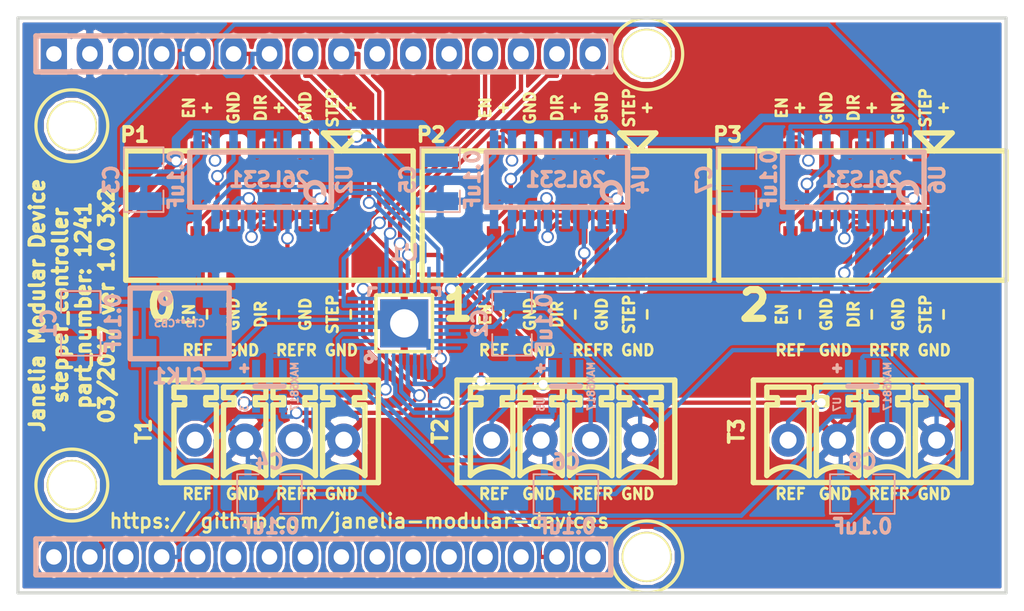
<source format=kicad_pcb>
(kicad_pcb (version 20170123) (host pcbnew no-vcs-found-0f0cb64~58~ubuntu16.04.1)
  (title_block (title stepper_controller_3x2) (rev 1.0))
  (layers (0 F.Cu signal) (31 B.Cu signal) (34 B.Paste user) (35 F.Paste user) (36 B.SilkS user) (37 F.SilkS user) (38 B.Mask user) (39 F.Mask user) (44 Edge.Cuts user))
  (net 0 "")
  (net 1 GND)
  (net 2 +3V3)
  (net 3 VEE)
  (net 4 /CLK)
  (net 5 /ENABLE_0)
  (net 6 /ENABLE_1)
  (net 7 /ENABLE_2)
  (net 8 /INT)
  (net 9 /POSCOMP)
  (net 10 /CS)
  (net 11 /MOSI)
  (net 12 /MISO)
  (net 13 /SCK)
  (net 14 /tmc429_0/stepper_0/STEP_-)
  (net 15 /tmc429_0/stepper_0/STEP_+)
  (net 16 /tmc429_0/stepper_0/DIR_+)
  (net 17 /tmc429_0/stepper_0/DIR_-)
  (net 18 /tmc429_0/stepper_0/ENABLE_+)
  (net 19 /tmc429_0/stepper_0/ENABLE_-)
  (net 20 /tmc429_0/stepper_1/ENABLE_-)
  (net 21 /tmc429_0/stepper_1/ENABLE_+)
  (net 22 /tmc429_0/stepper_1/DIR_-)
  (net 23 /tmc429_0/stepper_1/DIR_+)
  (net 24 /tmc429_0/stepper_1/STEP_+)
  (net 25 /tmc429_0/stepper_1/STEP_-)
  (net 26 /tmc429_0/stepper_2/STEP_-)
  (net 27 /tmc429_0/stepper_2/STEP_+)
  (net 28 /tmc429_0/stepper_2/DIR_+)
  (net 29 /tmc429_0/stepper_2/DIR_-)
  (net 30 /tmc429_0/stepper_2/ENABLE_+)
  (net 31 /tmc429_0/stepper_2/ENABLE_-)
  (net 32 /tmc429_0/REFR_0)
  (net 33 /tmc429_0/REF_0)
  (net 34 /tmc429_0/REF_1)
  (net 35 /tmc429_0/REFR_1)
  (net 36 /tmc429_0/REFR_2)
  (net 37 /tmc429_0/REF_2)
  (net 38 /tmc429_0/DIR_2)
  (net 39 /tmc429_0/STEP_2)
  (net 40 /tmc429_0/STEP_1)
  (net 41 /tmc429_0/DIR_0)
  (net 42 /tmc429_0/STEP_0)
  (net 43 /tmc429_0/DIR_1)
  (net 44 /tmc429_0/stepper_0/REFR_B)
  (net 45 /tmc429_0/stepper_0/REF_B)
  (net 46 /tmc429_0/stepper_1/REF_B)
  (net 47 /tmc429_0/stepper_1/REFR_B)
  (net 48 /tmc429_0/stepper_2/REFR_B)
  (net 49 /tmc429_0/stepper_2/REF_B)
  (module stepper_controller_3x2:MODULAR_DEVICE_BASE_3X2_MALE (layer F.Cu) (at 107.315 88.9)
    (fp_text reference MDB1 hide)
    (fp_text value MODULAR_DEVICE_BASE_3X2_MALE hide)
    (pad GND thru_hole oval (at -16.51 -17.78) (size 1.8542 2.54) (drill 1.0922) (layers *.Cu *.Mask) (net 1 GND))
    (pad 24 thru_hole oval (at -13.97 -17.78) (size 1.8542 2.54) (drill 1.0922) (layers *.Cu *.Mask))
    (pad VDD thru_hole rect (at -19.05 -17.78) (size 1.8542 2.54) (drill 1.0922) (layers *.Cu *.Mask))
    (pad 25 thru_hole oval (at -11.43 -17.78) (size 1.8542 2.54) (drill 1.0922) (layers *.Cu *.Mask))
    (pad 2 thru_hole oval (at -8.89 -17.78) (size 1.8542 2.54) (drill 1.0922) (layers *.Cu *.Mask) (net 5 /ENABLE_0))
    (pad 3 thru_hole oval (at -6.35 -17.78) (size 1.8542 2.54) (drill 1.0922) (layers *.Cu *.Mask) (net 6 /ENABLE_1))
    (pad 4 thru_hole oval (at -3.81 -17.78) (size 1.8542 2.54) (drill 1.0922) (layers *.Cu *.Mask) (net 7 /ENABLE_2))
    (pad 5 thru_hole oval (at -1.27 -17.78) (size 1.8542 2.54) (drill 1.0922) (layers *.Cu *.Mask) (net 8 /INT))
    (pad 6 thru_hole oval (at 1.27 -17.78) (size 1.8542 2.54) (drill 1.0922) (layers *.Cu *.Mask) (net 9 /POSCOMP))
    (pad 30 thru_hole oval (at 3.81 -17.78) (size 1.8542 2.54) (drill 1.0922) (layers *.Cu *.Mask))
    (pad 29 thru_hole oval (at 6.35 -17.78) (size 1.8542 2.54) (drill 1.0922) (layers *.Cu *.Mask))
    (pad 9 thru_hole oval (at 8.89 -17.78) (size 1.8542 2.54) (drill 1.0922) (layers *.Cu *.Mask))
    (pad 10 thru_hole oval (at 11.43 -17.78) (size 1.8542 2.54) (drill 1.0922) (layers *.Cu *.Mask) (net 10 /CS))
    (pad 11 thru_hole oval (at 13.97 -17.78) (size 1.8542 2.54) (drill 1.0922) (layers *.Cu *.Mask) (net 11 /MOSI))
    (pad 12 thru_hole oval (at 16.51 -17.78) (size 1.8542 2.54) (drill 1.0922) (layers *.Cu *.Mask) (net 12 /MISO))
    (pad 28 thru_hole oval (at 19.05 -17.78) (size 1.8542 2.54) (drill 1.0922) (layers *.Cu *.Mask))
    (pad DAC thru_hole oval (at 19.05 17.78) (size 1.8542 2.54) (drill 1.0922) (layers *.Cu *.Mask))
    (pad 13 thru_hole oval (at 16.51 17.78) (size 1.8542 2.54) (drill 1.0922) (layers *.Cu *.Mask) (net 13 /SCK))
    (pad 14 thru_hole oval (at 13.97 17.78) (size 1.8542 2.54) (drill 1.0922) (layers *.Cu *.Mask))
    (pad 15 thru_hole oval (at 11.43 17.78) (size 1.8542 2.54) (drill 1.0922) (layers *.Cu *.Mask))
    (pad 16 thru_hole oval (at 8.89 17.78) (size 1.8542 2.54) (drill 1.0922) (layers *.Cu *.Mask))
    (pad 17 thru_hole oval (at 6.35 17.78) (size 1.8542 2.54) (drill 1.0922) (layers *.Cu *.Mask))
    (pad 18 thru_hole oval (at 3.81 17.78) (size 1.8542 2.54) (drill 1.0922) (layers *.Cu *.Mask))
    (pad 19 thru_hole oval (at 1.27 17.78) (size 1.8542 2.54) (drill 1.0922) (layers *.Cu *.Mask))
    (pad 20 thru_hole oval (at -1.27 17.78) (size 1.8542 2.54) (drill 1.0922) (layers *.Cu *.Mask))
    (pad 21 thru_hole oval (at -3.81 17.78) (size 1.8542 2.54) (drill 1.0922) (layers *.Cu *.Mask))
    (pad 22 thru_hole oval (at -6.35 17.78) (size 1.8542 2.54) (drill 1.0922) (layers *.Cu *.Mask))
    (pad 23 thru_hole oval (at -8.89 17.78) (size 1.8542 2.54) (drill 1.0922) (layers *.Cu *.Mask))
    (pad 3V3 thru_hole oval (at -11.43 17.78) (size 1.8542 2.54) (drill 1.0922) (layers *.Cu *.Mask) (net 2 +3V3))
    (pad AGND thru_hole oval (at -13.97 17.78) (size 1.8542 2.54) (drill 1.0922) (layers *.Cu *.Mask))
    (pad VEE thru_hole oval (at -16.51 17.78) (size 1.8542 2.54) (drill 1.0922) (layers *.Cu *.Mask) (net 3 VEE))
    (pad AREF thru_hole oval (at -19.05 17.78) (size 1.8542 2.54) (drill 1.0922) (layers *.Cu *.Mask))
    (pad "" thru_hole circle (at -17.78 -12.7) (size 3.556 3.556) (drill 3.302) (layers *.Cu *.Mask F.SilkS))
    (pad "" thru_hole circle (at -17.78 12.7) (size 3.556 3.556) (drill 3.302) (layers *.Cu *.Mask F.SilkS))
    (pad "" thru_hole circle (at 22.86 17.78) (size 3.556 3.556) (drill 3.302) (layers *.Cu *.Mask F.SilkS))
    (pad "" thru_hole circle (at 22.86 -17.78) (size 3.556 3.556) (drill 3.302) (layers *.Cu *.Mask F.SilkS))
  )
  (module stepper_controller_3x2:SM1210 (layer B.Cu) (at 90.17 90.17 270)
    (fp_text reference C1 (at 0 2.286 270) (layer B.SilkS) (effects (font (size 1.016 1.016) (thickness 0.254)) (justify mirror)))
    (fp_text value 0.1uF (at 0 -2.286 270) (layer B.SilkS) (effects (font (size 1.016 1.016) (thickness 0.254)) (justify mirror)))
    (pad 2 smd rect (at 1.524 0 270) (size 1.27 2.54) (layers B.Cu B.Paste B.Mask) (net 1 GND))
    (pad 1 smd rect (at -1.524 0 270) (size 1.27 2.54) (layers B.Cu B.Paste B.Mask) (net 2 +3V3))
  )
  (module stepper_controller_3x2:SM1210 (layer B.Cu) (at 120.65 90.17 270)
    (fp_text reference C2 (at 0 2.286 270) (layer B.SilkS) (effects (font (size 1.016 1.016) (thickness 0.254)) (justify mirror)))
    (fp_text value 0.1uF (at 0 -2.286 270) (layer B.SilkS) (effects (font (size 1.016 1.016) (thickness 0.254)) (justify mirror)))
    (pad 2 smd rect (at 1.524 0 270) (size 1.27 2.54) (layers B.Cu B.Paste B.Mask) (net 1 GND))
    (pad 1 smd rect (at -1.524 0 270) (size 1.27 2.54) (layers B.Cu B.Paste B.Mask) (net 2 +3V3))
  )
  (module stepper_controller_3x2:SM1210 (layer B.Cu) (at 94.615 80.01 270)
    (fp_text reference C3 (at 0 2.286 270) (layer B.SilkS) (effects (font (size 1.016 1.016) (thickness 0.254)) (justify mirror)))
    (fp_text value 0.1uF (at 0 -2.286 270) (layer B.SilkS) (effects (font (size 1.016 1.016) (thickness 0.254)) (justify mirror)))
    (pad 2 smd rect (at 1.524 0 270) (size 1.27 2.54) (layers B.Cu B.Paste B.Mask) (net 1 GND))
    (pad 1 smd rect (at -1.524 0 270) (size 1.27 2.54) (layers B.Cu B.Paste B.Mask) (net 3 VEE))
  )
  (module stepper_controller_3x2:SM1210 (layer B.Cu) (at 103.505 102.235 180)
    (fp_text reference C4 (at 0 2.286 180) (layer B.SilkS) (effects (font (size 1.016 1.016) (thickness 0.254)) (justify mirror)))
    (fp_text value 0.1uF (at 0 -2.286 180) (layer B.SilkS) (effects (font (size 1.016 1.016) (thickness 0.254)) (justify mirror)))
    (pad 1 smd rect (at -1.524 0 180) (size 1.27 2.54) (layers B.Cu B.Paste B.Mask) (net 2 +3V3))
    (pad 2 smd rect (at 1.524 0 180) (size 1.27 2.54) (layers B.Cu B.Paste B.Mask) (net 1 GND))
  )
  (module stepper_controller_3x2:SM1210 (layer B.Cu) (at 115.57 80.01 270)
    (fp_text reference C5 (at 0 2.286 270) (layer B.SilkS) (effects (font (size 1.016 1.016) (thickness 0.254)) (justify mirror)))
    (fp_text value 0.1uF (at 0 -2.286 270) (layer B.SilkS) (effects (font (size 1.016 1.016) (thickness 0.254)) (justify mirror)))
    (pad 1 smd rect (at -1.524 0 270) (size 1.27 2.54) (layers B.Cu B.Paste B.Mask) (net 3 VEE))
    (pad 2 smd rect (at 1.524 0 270) (size 1.27 2.54) (layers B.Cu B.Paste B.Mask) (net 1 GND))
  )
  (module stepper_controller_3x2:SM1210 (layer B.Cu) (at 124.46 102.235 180)
    (fp_text reference C6 (at 0 2.286 180) (layer B.SilkS) (effects (font (size 1.016 1.016) (thickness 0.254)) (justify mirror)))
    (fp_text value 0.1uF (at 0 -2.286 180) (layer B.SilkS) (effects (font (size 1.016 1.016) (thickness 0.254)) (justify mirror)))
    (pad 1 smd rect (at -1.524 0 180) (size 1.27 2.54) (layers B.Cu B.Paste B.Mask) (net 2 +3V3))
    (pad 2 smd rect (at 1.524 0 180) (size 1.27 2.54) (layers B.Cu B.Paste B.Mask) (net 1 GND))
  )
  (module stepper_controller_3x2:SM1210 (layer B.Cu) (at 136.525 80.01 270)
    (fp_text reference C7 (at 0 2.286 270) (layer B.SilkS) (effects (font (size 1.016 1.016) (thickness 0.254)) (justify mirror)))
    (fp_text value 0.1uF (at 0 -2.286 270) (layer B.SilkS) (effects (font (size 1.016 1.016) (thickness 0.254)) (justify mirror)))
    (pad 2 smd rect (at 1.524 0 270) (size 1.27 2.54) (layers B.Cu B.Paste B.Mask) (net 1 GND))
    (pad 1 smd rect (at -1.524 0 270) (size 1.27 2.54) (layers B.Cu B.Paste B.Mask) (net 3 VEE))
  )
  (module stepper_controller_3x2:SM1210 (layer B.Cu) (at 145.415 102.235 180)
    (fp_text reference C8 (at 0 2.286 180) (layer B.SilkS) (effects (font (size 1.016 1.016) (thickness 0.254)) (justify mirror)))
    (fp_text value 0.1uF (at 0 -2.286 180) (layer B.SilkS) (effects (font (size 1.016 1.016) (thickness 0.254)) (justify mirror)))
    (pad 1 smd rect (at -1.524 0 180) (size 1.27 2.54) (layers B.Cu B.Paste B.Mask) (net 2 +3V3))
    (pad 2 smd rect (at 1.524 0 180) (size 1.27 2.54) (layers B.Cu B.Paste B.Mask) (net 1 GND))
  )
  (module stepper_controller_3x2:CTS_SMD_4_7X5MM (layer B.Cu) (at 97.155 90.17)
    (fp_text reference CLK1 (at 0 3.75) (layer B.SilkS) (effects (font (size 1.016 1.016) (thickness 0.254)) (justify mirror)))
    (fp_text value CLK_32MHZ)
    (fp_text user CTS**CB3 (at 0 0) (layer B.SilkS) (effects (font (size 0.5 0.5) (thickness 0.125)) (justify mirror)))
    (pad 4 smd rect (at -2.54 2.1) (size 1.8 2) (layers B.Cu B.Paste B.Mask) (net 2 +3V3))
    (pad 3 smd rect (at 2.54 2.1) (size 1.8 2) (layers B.Cu B.Paste B.Mask) (net 4 /CLK))
    (pad 2 smd rect (at 2.54 -2.1) (size 1.8 2) (layers B.Cu B.Paste B.Mask) (net 1 GND))
    (pad 1 smd rect (at -2.54 -2.1) (size 1.8 2) (layers B.Cu B.Paste B.Mask) (net 2 +3V3))
  )
  (module stepper_controller_3x2:TERM_BLK_HDR_4POS_VERT_0.138IN (layer F.Cu) (at 103.505 98.425 180)
    (fp_text reference T1 (at 8.89 0.635 90) (layer F.SilkS) (effects (font (size 1.016 1.016) (thickness 0.254))))
    (fp_text value TERM_BLK_HDR_4POS_VERT_0.138IN)
    (pad 3 thru_hole circle (at -1.75 0 180) (size 2.34 2.34) (drill 1.2) (layers *.Cu *.Mask) (net 44 /tmc429_0/stepper_0/REFR_B))
    (pad 2 thru_hole circle (at 1.75 0 180) (size 2.34 2.34) (drill 1.2) (layers *.Cu *.Mask) (net 1 GND))
    (pad 1 thru_hole circle (at 5.25 0 180) (size 2.34 2.34) (drill 1.2) (layers *.Cu *.Mask) (net 45 /tmc429_0/stepper_0/REF_B))
    (pad 4 thru_hole circle (at -5.25 0 180) (size 2.34 2.34) (drill 1.2) (layers *.Cu *.Mask) (net 1 GND))
  )
  (module stepper_controller_3x2:TERM_BLK_HDR_4POS_VERT_0.138IN (layer F.Cu) (at 124.46 98.425 180)
    (fp_text reference T2 (at 8.89 0.635 90) (layer F.SilkS) (effects (font (size 1.016 1.016) (thickness 0.254))))
    (fp_text value TERM_BLK_HDR_4POS_VERT_0.138IN)
    (pad 4 thru_hole circle (at -5.25 0 180) (size 2.34 2.34) (drill 1.2) (layers *.Cu *.Mask) (net 1 GND))
    (pad 1 thru_hole circle (at 5.25 0 180) (size 2.34 2.34) (drill 1.2) (layers *.Cu *.Mask) (net 46 /tmc429_0/stepper_1/REF_B))
    (pad 2 thru_hole circle (at 1.75 0 180) (size 2.34 2.34) (drill 1.2) (layers *.Cu *.Mask) (net 1 GND))
    (pad 3 thru_hole circle (at -1.75 0 180) (size 2.34 2.34) (drill 1.2) (layers *.Cu *.Mask) (net 47 /tmc429_0/stepper_1/REFR_B))
  )
  (module stepper_controller_3x2:TERM_BLK_HDR_4POS_VERT_0.138IN (layer F.Cu) (at 145.415 98.425 180)
    (fp_text reference T3 (at 8.89 0.635 90) (layer F.SilkS) (effects (font (size 1.016 1.016) (thickness 0.254))))
    (fp_text value TERM_BLK_HDR_4POS_VERT_0.138IN)
    (pad 3 thru_hole circle (at -1.75 0 180) (size 2.34 2.34) (drill 1.2) (layers *.Cu *.Mask) (net 48 /tmc429_0/stepper_2/REFR_B))
    (pad 2 thru_hole circle (at 1.75 0 180) (size 2.34 2.34) (drill 1.2) (layers *.Cu *.Mask) (net 1 GND))
    (pad 1 thru_hole circle (at 5.25 0 180) (size 2.34 2.34) (drill 1.2) (layers *.Cu *.Mask) (net 49 /tmc429_0/stepper_2/REF_B))
    (pad 4 thru_hole circle (at -5.25 0 180) (size 2.34 2.34) (drill 1.2) (layers *.Cu *.Mask) (net 1 GND))
  )
  (module stepper_controller_3x2:QFN-5x5-32 (layer B.Cu) (at 113.03 90.17)
    (fp_text reference U1 (at 0 -5) (layer B.SilkS) (effects (font (size 1.016 1.016) (thickness 0.254)) (justify mirror)))
    (fp_text value TMC429)
    (pad 24 smd rect (at 3 1.75) (size 2 0.25) (layers B.Cu B.Paste B.Mask) (clearance 0.0375))
    (pad 23 smd rect (at 3 1.25) (size 2 0.25) (layers B.Cu B.Paste B.Mask) (net 1 GND) (clearance 0.0375))
    (pad 22 smd rect (at 3 0.75) (size 2 0.25) (layers B.Cu B.Paste B.Mask) (net 2 +3V3) (clearance 0.0375))
    (pad 21 smd rect (at 3 0.25) (size 2 0.25) (layers B.Cu B.Paste B.Mask) (net 2 +3V3) (clearance 0.0375))
    (pad 20 smd rect (at 3 -0.25) (size 2 0.25) (layers B.Cu B.Paste B.Mask) (net 38 /tmc429_0/DIR_2) (clearance 0.0375))
    (pad 19 smd rect (at 3 -0.75) (size 2 0.25) (layers B.Cu B.Paste B.Mask) (net 39 /tmc429_0/STEP_2) (clearance 0.0375))
    (pad 18 smd rect (at 3 -1.25) (size 2 0.25) (layers B.Cu B.Paste B.Mask) (net 40 /tmc429_0/STEP_1) (clearance 0.0375))
    (pad 17 smd rect (at 3 -1.75) (size 2 0.25) (layers B.Cu B.Paste B.Mask) (net 41 /tmc429_0/DIR_0) (clearance 0.0375))
    (pad 8 smd rect (at -3 -1.75) (size 2 0.25) (layers B.Cu B.Paste B.Mask) (net 13 /SCK) (clearance 0.0375))
    (pad 7 smd rect (at -3 -1.25) (size 2 0.25) (layers B.Cu B.Paste B.Mask) (net 10 /CS) (clearance 0.0375))
    (pad 6 smd rect (at -3 -0.75) (size 2 0.25) (layers B.Cu B.Paste B.Mask) (net 1 GND) (clearance 0.0375))
    (pad 5 smd rect (at -3 -0.25) (size 2 0.25) (layers B.Cu B.Paste B.Mask) (net 4 /CLK) (clearance 0.0375))
    (pad 4 smd rect (at -3 0.25) (size 2 0.25) (layers B.Cu B.Paste B.Mask) (net 1 GND) (clearance 0.0375))
    (pad 3 smd rect (at -3 0.75) (size 2 0.25) (layers B.Cu B.Paste B.Mask) (net 2 +3V3) (clearance 0.0375))
    (pad 2 smd rect (at -3 1.25) (size 2 0.25) (layers B.Cu B.Paste B.Mask) (net 37 /tmc429_0/REF_2) (clearance 0.0375))
    (pad 1 smd rect (at -3 1.75) (size 2 0.25) (layers B.Cu B.Paste B.Mask) (net 34 /tmc429_0/REF_1) (clearance 0.0375))
    (pad 16 smd rect (at 1.75 -3) (size 0.25 2) (layers B.Cu B.Paste B.Mask) (clearance 0.0375))
    (pad 15 smd rect (at 1.25 -3) (size 0.25 2) (layers B.Cu B.Paste B.Mask) (net 42 /tmc429_0/STEP_0) (clearance 0.0375))
    (pad 14 smd rect (at 0.75 -3) (size 0.25 2) (layers B.Cu B.Paste B.Mask) (net 8 /INT) (clearance 0.0375))
    (pad 13 smd rect (at 0.25 -3) (size 0.25 2) (layers B.Cu B.Paste B.Mask) (net 35 /tmc429_0/REFR_1) (clearance 0.0375))
    (pad 12 smd rect (at -0.25 -3) (size 0.25 2) (layers B.Cu B.Paste B.Mask) (net 12 /MISO) (clearance 0.0375))
    (pad 11 smd rect (at -0.75 -3) (size 0.25 2) (layers B.Cu B.Paste B.Mask) (clearance 0.0375))
    (pad 10 smd rect (at -1.25 -3) (size 0.25 2) (layers B.Cu B.Paste B.Mask) (net 11 /MOSI) (clearance 0.0375))
    (pad 9 smd rect (at -1.75 -3) (size 0.25 2) (layers B.Cu B.Paste B.Mask) (clearance 0.0375))
    (pad 32 smd rect (at -1.75 3) (size 0.25 2) (layers B.Cu B.Paste B.Mask) (clearance 0.0375))
    (pad 31 smd rect (at -1.25 3) (size 0.25 2) (layers B.Cu B.Paste B.Mask) (net 33 /tmc429_0/REF_0) (clearance 0.0375))
    (pad 30 smd rect (at -0.75 3) (size 0.25 2) (layers B.Cu B.Paste B.Mask) (net 9 /POSCOMP) (clearance 0.0375))
    (pad 29 smd rect (at -0.25 3) (size 0.25 2) (layers B.Cu B.Paste B.Mask) (net 36 /tmc429_0/REFR_2) (clearance 0.0375))
    (pad 28 smd rect (at 0.25 3) (size 0.25 2) (layers B.Cu B.Paste B.Mask) (net 32 /tmc429_0/REFR_0) (clearance 0.0375))
    (pad 27 smd rect (at 0.75 3) (size 0.25 2) (layers B.Cu B.Paste B.Mask) (net 43 /tmc429_0/DIR_1) (clearance 0.0375))
    (pad 26 smd rect (at 1.25 3) (size 0.25 2) (layers B.Cu B.Paste B.Mask) (clearance 0.0375))
    (pad 25 smd rect (at 1.75 3) (size 0.25 2) (layers B.Cu B.Paste B.Mask) (net 1 GND) (clearance 0.0375))
    (pad PAD thru_hole rect (at 0 0) (size 3.4 3.4) (drill 2) (layers *.Cu *.Mask) (net 1 GND) (clearance 0.0375))
  )
  (module stepper_controller_3x2:SOIC_16_0.154IN (layer B.Cu) (at 103.505 80.01 90)
    (fp_text reference U2 (at 0 5.3 90) (layer B.SilkS) (effects (font (size 1.016 1.016) (thickness 0.254)) (justify mirror)))
    (fp_text value 26LS31 (at 0 0) (layer B.SilkS) (effects (font (size 1.016 1.016) (thickness 0.254)) (justify mirror)))
    (pad 1 smd rect (at -2.7 3.81 90) (size 1.55 0.6) (layers B.Cu B.Paste B.Mask) (net 42 /tmc429_0/STEP_0) (clearance 0.07))
    (pad 2 smd rect (at -2.7 2.54 90) (size 1.55 0.6) (layers B.Cu B.Paste B.Mask) (net 15 /tmc429_0/stepper_0/STEP_+) (clearance 0.07))
    (pad 3 smd rect (at -2.7 1.27 90) (size 1.55 0.6) (layers B.Cu B.Paste B.Mask) (net 14 /tmc429_0/stepper_0/STEP_-) (clearance 0.07))
    (pad 4 smd rect (at -2.7 0 90) (size 1.55 0.6) (layers B.Cu B.Paste B.Mask) (clearance 0.07))
    (pad 5 smd rect (at -2.7 -1.27 90) (size 1.55 0.6) (layers B.Cu B.Paste B.Mask) (net 17 /tmc429_0/stepper_0/DIR_-) (clearance 0.07))
    (pad 6 smd rect (at -2.7 -2.54 90) (size 1.55 0.6) (layers B.Cu B.Paste B.Mask) (net 16 /tmc429_0/stepper_0/DIR_+) (clearance 0.07))
    (pad 7 smd rect (at -2.7 -3.81 90) (size 1.55 0.6) (layers B.Cu B.Paste B.Mask) (net 41 /tmc429_0/DIR_0) (clearance 0.07))
    (pad 8 smd rect (at -2.7 -5.08 90) (size 1.55 0.6) (layers B.Cu B.Paste B.Mask) (net 1 GND) (clearance 0.07))
    (pad 9 smd rect (at 2.7 -5.08 90) (size 1.55 0.6) (layers B.Cu B.Paste B.Mask) (net 5 /ENABLE_0) (clearance 0.07))
    (pad 10 smd rect (at 2.7 -3.81 90) (size 1.55 0.6) (layers B.Cu B.Paste B.Mask) (net 18 /tmc429_0/stepper_0/ENABLE_+) (clearance 0.07))
    (pad 11 smd rect (at 2.7 -2.54 90) (size 1.55 0.6) (layers B.Cu B.Paste B.Mask) (net 19 /tmc429_0/stepper_0/ENABLE_-) (clearance 0.07))
    (pad 12 smd rect (at 2.7 -1.27 90) (size 1.55 0.6) (layers B.Cu B.Paste B.Mask) (net 1 GND) (clearance 0.07))
    (pad 13 smd rect (at 2.7 0 90) (size 1.55 0.6) (layers B.Cu B.Paste B.Mask) (clearance 0.07))
    (pad 14 smd rect (at 2.7 1.27 90) (size 1.55 0.6) (layers B.Cu B.Paste B.Mask) (clearance 0.07))
    (pad 15 smd rect (at 2.7 2.54 90) (size 1.55 0.6) (layers B.Cu B.Paste B.Mask) (net 1 GND) (clearance 0.07))
    (pad 16 smd rect (at 2.7 3.81 90) (size 1.55 0.6) (layers B.Cu B.Paste B.Mask) (net 3 VEE) (clearance 0.07))
  )
  (module stepper_controller_3x2:MAX6817 (layer B.Cu) (at 103.505 94.615 270)
    (fp_text reference U3 (at 1.27 1.778 270) (layer B.SilkS) (effects (font (size 0.508 0.508) (thickness 0.127)) (justify mirror)))
    (fp_text value MAX6817 (at 0 -1.778 90) (layer B.SilkS) (effects (font (size 0.508 0.508) (thickness 0.127)) (justify mirror)))
    (pad 1 smd rect (at -1.19888 0.94996 270) (size 1.33096 0.5588) (layers B.Cu B.Paste B.Mask) (net 45 /tmc429_0/stepper_0/REF_B) (clearance 0.1016))
    (pad 2 smd rect (at -1.19888 0 270) (size 1.33096 0.5588) (layers B.Cu B.Paste B.Mask) (net 1 GND) (clearance 0.1016))
    (pad 3 smd rect (at -1.19888 -0.94996 270) (size 1.33096 0.5588) (layers B.Cu B.Paste B.Mask) (net 44 /tmc429_0/stepper_0/REFR_B) (clearance 0.1016))
    (pad 4 smd rect (at 1.19888 -0.94996 270) (size 1.33096 0.5588) (layers B.Cu B.Paste B.Mask) (net 32 /tmc429_0/REFR_0) (clearance 0.1016))
    (pad 5 smd rect (at 1.19888 0 270) (size 1.33096 0.5588) (layers B.Cu B.Paste B.Mask) (net 2 +3V3) (clearance 0.1016))
    (pad 6 smd rect (at 1.19888 0.94996 270) (size 1.33096 0.5588) (layers B.Cu B.Paste B.Mask) (net 33 /tmc429_0/REF_0) (clearance 0.1016))
  )
  (module stepper_controller_3x2:SOIC_16_0.154IN (layer B.Cu) (at 124.46 80.01 90)
    (fp_text reference U4 (at 0 5.3 90) (layer B.SilkS) (effects (font (size 1.016 1.016) (thickness 0.254)) (justify mirror)))
    (fp_text value 26LS31 (at 0 0) (layer B.SilkS) (effects (font (size 1.016 1.016) (thickness 0.254)) (justify mirror)))
    (pad 1 smd rect (at -2.7 3.81 90) (size 1.55 0.6) (layers B.Cu B.Paste B.Mask) (net 40 /tmc429_0/STEP_1) (clearance 0.07))
    (pad 2 smd rect (at -2.7 2.54 90) (size 1.55 0.6) (layers B.Cu B.Paste B.Mask) (net 24 /tmc429_0/stepper_1/STEP_+) (clearance 0.07))
    (pad 3 smd rect (at -2.7 1.27 90) (size 1.55 0.6) (layers B.Cu B.Paste B.Mask) (net 25 /tmc429_0/stepper_1/STEP_-) (clearance 0.07))
    (pad 4 smd rect (at -2.7 0 90) (size 1.55 0.6) (layers B.Cu B.Paste B.Mask) (clearance 0.07))
    (pad 5 smd rect (at -2.7 -1.27 90) (size 1.55 0.6) (layers B.Cu B.Paste B.Mask) (net 22 /tmc429_0/stepper_1/DIR_-) (clearance 0.07))
    (pad 6 smd rect (at -2.7 -2.54 90) (size 1.55 0.6) (layers B.Cu B.Paste B.Mask) (net 23 /tmc429_0/stepper_1/DIR_+) (clearance 0.07))
    (pad 7 smd rect (at -2.7 -3.81 90) (size 1.55 0.6) (layers B.Cu B.Paste B.Mask) (net 43 /tmc429_0/DIR_1) (clearance 0.07))
    (pad 8 smd rect (at -2.7 -5.08 90) (size 1.55 0.6) (layers B.Cu B.Paste B.Mask) (net 1 GND) (clearance 0.07))
    (pad 9 smd rect (at 2.7 -5.08 90) (size 1.55 0.6) (layers B.Cu B.Paste B.Mask) (net 6 /ENABLE_1) (clearance 0.07))
    (pad 10 smd rect (at 2.7 -3.81 90) (size 1.55 0.6) (layers B.Cu B.Paste B.Mask) (net 21 /tmc429_0/stepper_1/ENABLE_+) (clearance 0.07))
    (pad 11 smd rect (at 2.7 -2.54 90) (size 1.55 0.6) (layers B.Cu B.Paste B.Mask) (net 20 /tmc429_0/stepper_1/ENABLE_-) (clearance 0.07))
    (pad 12 smd rect (at 2.7 -1.27 90) (size 1.55 0.6) (layers B.Cu B.Paste B.Mask) (net 1 GND) (clearance 0.07))
    (pad 13 smd rect (at 2.7 0 90) (size 1.55 0.6) (layers B.Cu B.Paste B.Mask) (clearance 0.07))
    (pad 14 smd rect (at 2.7 1.27 90) (size 1.55 0.6) (layers B.Cu B.Paste B.Mask) (clearance 0.07))
    (pad 15 smd rect (at 2.7 2.54 90) (size 1.55 0.6) (layers B.Cu B.Paste B.Mask) (net 1 GND) (clearance 0.07))
    (pad 16 smd rect (at 2.7 3.81 90) (size 1.55 0.6) (layers B.Cu B.Paste B.Mask) (net 3 VEE) (clearance 0.07))
  )
  (module stepper_controller_3x2:MAX6817 (layer B.Cu) (at 124.46 94.615 270)
    (fp_text reference U5 (at 1.27 1.778 270) (layer B.SilkS) (effects (font (size 0.508 0.508) (thickness 0.127)) (justify mirror)))
    (fp_text value MAX6817 (at 0 -1.778 90) (layer B.SilkS) (effects (font (size 0.508 0.508) (thickness 0.127)) (justify mirror)))
    (pad 1 smd rect (at -1.19888 0.94996 270) (size 1.33096 0.5588) (layers B.Cu B.Paste B.Mask) (net 46 /tmc429_0/stepper_1/REF_B) (clearance 0.1016))
    (pad 2 smd rect (at -1.19888 0 270) (size 1.33096 0.5588) (layers B.Cu B.Paste B.Mask) (net 1 GND) (clearance 0.1016))
    (pad 3 smd rect (at -1.19888 -0.94996 270) (size 1.33096 0.5588) (layers B.Cu B.Paste B.Mask) (net 47 /tmc429_0/stepper_1/REFR_B) (clearance 0.1016))
    (pad 4 smd rect (at 1.19888 -0.94996 270) (size 1.33096 0.5588) (layers B.Cu B.Paste B.Mask) (net 35 /tmc429_0/REFR_1) (clearance 0.1016))
    (pad 5 smd rect (at 1.19888 0 270) (size 1.33096 0.5588) (layers B.Cu B.Paste B.Mask) (net 2 +3V3) (clearance 0.1016))
    (pad 6 smd rect (at 1.19888 0.94996 270) (size 1.33096 0.5588) (layers B.Cu B.Paste B.Mask) (net 34 /tmc429_0/REF_1) (clearance 0.1016))
  )
  (module stepper_controller_3x2:SOIC_16_0.154IN (layer B.Cu) (at 145.415 80.01 90)
    (fp_text reference U6 (at 0 5.3 90) (layer B.SilkS) (effects (font (size 1.016 1.016) (thickness 0.254)) (justify mirror)))
    (fp_text value 26LS31 (at 0 0) (layer B.SilkS) (effects (font (size 1.016 1.016) (thickness 0.254)) (justify mirror)))
    (pad 16 smd rect (at 2.7 3.81 90) (size 1.55 0.6) (layers B.Cu B.Paste B.Mask) (net 3 VEE) (clearance 0.07))
    (pad 15 smd rect (at 2.7 2.54 90) (size 1.55 0.6) (layers B.Cu B.Paste B.Mask) (net 1 GND) (clearance 0.07))
    (pad 14 smd rect (at 2.7 1.27 90) (size 1.55 0.6) (layers B.Cu B.Paste B.Mask) (clearance 0.07))
    (pad 13 smd rect (at 2.7 0 90) (size 1.55 0.6) (layers B.Cu B.Paste B.Mask) (clearance 0.07))
    (pad 12 smd rect (at 2.7 -1.27 90) (size 1.55 0.6) (layers B.Cu B.Paste B.Mask) (net 1 GND) (clearance 0.07))
    (pad 11 smd rect (at 2.7 -2.54 90) (size 1.55 0.6) (layers B.Cu B.Paste B.Mask) (net 31 /tmc429_0/stepper_2/ENABLE_-) (clearance 0.07))
    (pad 10 smd rect (at 2.7 -3.81 90) (size 1.55 0.6) (layers B.Cu B.Paste B.Mask) (net 30 /tmc429_0/stepper_2/ENABLE_+) (clearance 0.07))
    (pad 9 smd rect (at 2.7 -5.08 90) (size 1.55 0.6) (layers B.Cu B.Paste B.Mask) (net 7 /ENABLE_2) (clearance 0.07))
    (pad 8 smd rect (at -2.7 -5.08 90) (size 1.55 0.6) (layers B.Cu B.Paste B.Mask) (net 1 GND) (clearance 0.07))
    (pad 7 smd rect (at -2.7 -3.81 90) (size 1.55 0.6) (layers B.Cu B.Paste B.Mask) (net 38 /tmc429_0/DIR_2) (clearance 0.07))
    (pad 6 smd rect (at -2.7 -2.54 90) (size 1.55 0.6) (layers B.Cu B.Paste B.Mask) (net 28 /tmc429_0/stepper_2/DIR_+) (clearance 0.07))
    (pad 5 smd rect (at -2.7 -1.27 90) (size 1.55 0.6) (layers B.Cu B.Paste B.Mask) (net 29 /tmc429_0/stepper_2/DIR_-) (clearance 0.07))
    (pad 4 smd rect (at -2.7 0 90) (size 1.55 0.6) (layers B.Cu B.Paste B.Mask) (clearance 0.07))
    (pad 3 smd rect (at -2.7 1.27 90) (size 1.55 0.6) (layers B.Cu B.Paste B.Mask) (net 26 /tmc429_0/stepper_2/STEP_-) (clearance 0.07))
    (pad 2 smd rect (at -2.7 2.54 90) (size 1.55 0.6) (layers B.Cu B.Paste B.Mask) (net 27 /tmc429_0/stepper_2/STEP_+) (clearance 0.07))
    (pad 1 smd rect (at -2.7 3.81 90) (size 1.55 0.6) (layers B.Cu B.Paste B.Mask) (net 39 /tmc429_0/STEP_2) (clearance 0.07))
  )
  (module stepper_controller_3x2:MAX6817 (layer B.Cu) (at 145.415 94.615 270)
    (fp_text reference U7 (at 1.27 1.778 270) (layer B.SilkS) (effects (font (size 0.508 0.508) (thickness 0.127)) (justify mirror)))
    (fp_text value MAX6817 (at 0 -1.778 90) (layer B.SilkS) (effects (font (size 0.508 0.508) (thickness 0.127)) (justify mirror)))
    (pad 6 smd rect (at 1.19888 0.94996 270) (size 1.33096 0.5588) (layers B.Cu B.Paste B.Mask) (net 37 /tmc429_0/REF_2) (clearance 0.1016))
    (pad 5 smd rect (at 1.19888 0 270) (size 1.33096 0.5588) (layers B.Cu B.Paste B.Mask) (net 2 +3V3) (clearance 0.1016))
    (pad 4 smd rect (at 1.19888 -0.94996 270) (size 1.33096 0.5588) (layers B.Cu B.Paste B.Mask) (net 36 /tmc429_0/REFR_2) (clearance 0.1016))
    (pad 3 smd rect (at -1.19888 -0.94996 270) (size 1.33096 0.5588) (layers B.Cu B.Paste B.Mask) (net 48 /tmc429_0/stepper_2/REFR_B) (clearance 0.1016))
    (pad 2 smd rect (at -1.19888 0 270) (size 1.33096 0.5588) (layers B.Cu B.Paste B.Mask) (net 1 GND) (clearance 0.1016))
    (pad 1 smd rect (at -1.19888 0.94996 270) (size 1.33096 0.5588) (layers B.Cu B.Paste B.Mask) (net 49 /tmc429_0/stepper_2/REF_B) (clearance 0.1016))
  )
  (module stepper_controller_3x2:HEADER_02x05_SMD (layer F.Cu) (at 103.505 82.55)
    (fp_text reference P1 (at -9.525 -5.715) (layer F.SilkS) (effects (font (size 1.016 1.016) (thickness 0.254))))
    (fp_text value HEADER_02X05_SMD hide)
    (pad 1 smd rect (at 5.08 -2.9972) (size 1.016 4.4958) (layers F.Cu F.Paste F.Mask) (net 15 /tmc429_0/stepper_0/STEP_+))
    (pad 2 smd rect (at 5.08 2.9972) (size 1.016 4.4958) (layers F.Cu F.Paste F.Mask) (net 14 /tmc429_0/stepper_0/STEP_-))
    (pad 3 smd rect (at 2.54 -2.9972) (size 1.016 4.4958) (layers F.Cu F.Paste F.Mask) (net 1 GND))
    (pad 4 smd rect (at 2.54 2.9972) (size 1.016 4.4958) (layers F.Cu F.Paste F.Mask) (net 1 GND))
    (pad 5 smd rect (at 0 -2.9972) (size 1.016 4.4958) (layers F.Cu F.Paste F.Mask) (net 16 /tmc429_0/stepper_0/DIR_+))
    (pad 6 smd rect (at 0 2.9972) (size 1.016 4.4958) (layers F.Cu F.Paste F.Mask) (net 17 /tmc429_0/stepper_0/DIR_-))
    (pad 7 smd rect (at -2.54 -2.9972) (size 1.016 4.4958) (layers F.Cu F.Paste F.Mask) (net 1 GND))
    (pad 8 smd rect (at -2.54 2.9972) (size 1.016 4.4958) (layers F.Cu F.Paste F.Mask) (net 1 GND))
    (pad 9 smd rect (at -5.08 -2.9972) (size 1.016 4.4958) (layers F.Cu F.Paste F.Mask) (net 18 /tmc429_0/stepper_0/ENABLE_+))
    (pad 10 smd rect (at -5.08 2.9972) (size 1.016 4.4958) (layers F.Cu F.Paste F.Mask) (net 19 /tmc429_0/stepper_0/ENABLE_-))
  )
  (module stepper_controller_3x2:HEADER_02x05_SMD (layer F.Cu) (at 124.46 82.55)
    (fp_text reference P2 (at -9.525 -5.715) (layer F.SilkS) (effects (font (size 1.016 1.016) (thickness 0.254))))
    (fp_text value HEADER_02X05_SMD hide)
    (pad 10 smd rect (at -5.08 2.9972) (size 1.016 4.4958) (layers F.Cu F.Paste F.Mask) (net 20 /tmc429_0/stepper_1/ENABLE_-))
    (pad 9 smd rect (at -5.08 -2.9972) (size 1.016 4.4958) (layers F.Cu F.Paste F.Mask) (net 21 /tmc429_0/stepper_1/ENABLE_+))
    (pad 8 smd rect (at -2.54 2.9972) (size 1.016 4.4958) (layers F.Cu F.Paste F.Mask) (net 1 GND))
    (pad 7 smd rect (at -2.54 -2.9972) (size 1.016 4.4958) (layers F.Cu F.Paste F.Mask) (net 1 GND))
    (pad 6 smd rect (at 0 2.9972) (size 1.016 4.4958) (layers F.Cu F.Paste F.Mask) (net 22 /tmc429_0/stepper_1/DIR_-))
    (pad 5 smd rect (at 0 -2.9972) (size 1.016 4.4958) (layers F.Cu F.Paste F.Mask) (net 23 /tmc429_0/stepper_1/DIR_+))
    (pad 4 smd rect (at 2.54 2.9972) (size 1.016 4.4958) (layers F.Cu F.Paste F.Mask) (net 1 GND))
    (pad 3 smd rect (at 2.54 -2.9972) (size 1.016 4.4958) (layers F.Cu F.Paste F.Mask) (net 1 GND))
    (pad 2 smd rect (at 5.08 2.9972) (size 1.016 4.4958) (layers F.Cu F.Paste F.Mask) (net 25 /tmc429_0/stepper_1/STEP_-))
    (pad 1 smd rect (at 5.08 -2.9972) (size 1.016 4.4958) (layers F.Cu F.Paste F.Mask) (net 24 /tmc429_0/stepper_1/STEP_+))
  )
  (module stepper_controller_3x2:HEADER_02x05_SMD (layer F.Cu) (at 145.415 82.55)
    (fp_text reference P3 (at -9.525 -5.715) (layer F.SilkS) (effects (font (size 1.016 1.016) (thickness 0.254))))
    (fp_text value HEADER_02X05_SMD hide)
    (pad 1 smd rect (at 5.08 -2.9972) (size 1.016 4.4958) (layers F.Cu F.Paste F.Mask) (net 27 /tmc429_0/stepper_2/STEP_+))
    (pad 2 smd rect (at 5.08 2.9972) (size 1.016 4.4958) (layers F.Cu F.Paste F.Mask) (net 26 /tmc429_0/stepper_2/STEP_-))
    (pad 3 smd rect (at 2.54 -2.9972) (size 1.016 4.4958) (layers F.Cu F.Paste F.Mask) (net 1 GND))
    (pad 4 smd rect (at 2.54 2.9972) (size 1.016 4.4958) (layers F.Cu F.Paste F.Mask) (net 1 GND))
    (pad 5 smd rect (at 0 -2.9972) (size 1.016 4.4958) (layers F.Cu F.Paste F.Mask) (net 28 /tmc429_0/stepper_2/DIR_+))
    (pad 6 smd rect (at 0 2.9972) (size 1.016 4.4958) (layers F.Cu F.Paste F.Mask) (net 29 /tmc429_0/stepper_2/DIR_-))
    (pad 7 smd rect (at -2.54 -2.9972) (size 1.016 4.4958) (layers F.Cu F.Paste F.Mask) (net 1 GND))
    (pad 8 smd rect (at -2.54 2.9972) (size 1.016 4.4958) (layers F.Cu F.Paste F.Mask) (net 1 GND))
    (pad 9 smd rect (at -5.08 -2.9972) (size 1.016 4.4958) (layers F.Cu F.Paste F.Mask) (net 30 /tmc429_0/stepper_2/ENABLE_+))
    (pad 10 smd rect (at -5.08 2.9972) (size 1.016 4.4958) (layers F.Cu F.Paste F.Mask) (net 31 /tmc429_0/stepper_2/ENABLE_-))
  )
  (gr_text 2 (at 137.795 88.9) (layer F.SilkS) (effects (font (size 2.032 2.032) (thickness 0.508))))
  (gr_text 1 (at 116.84 88.9) (layer F.SilkS) (effects (font (size 2.032 2.032) (thickness 0.508))))
  (gr_text 0 (at 95.885 88.9) (layer F.SilkS) (effects (font (size 2.032 2.032) (thickness 0.508))))
  (gr_text GND (at 150.495 102.235) (layer F.SilkS) (effects (font (size 0.762 0.762) (thickness 0.1905))))
  (gr_text REFR (at 147.32 102.235) (layer F.SilkS) (effects (font (size 0.762 0.762) (thickness 0.1905))))
  (gr_text GND (at 143.51 102.235) (layer F.SilkS) (effects (font (size 0.762 0.762) (thickness 0.1905))))
  (gr_text REF (at 140.335 102.235) (layer F.SilkS) (effects (font (size 0.762 0.762) (thickness 0.1905))))
  (gr_text GND (at 150.495 92.075) (layer F.SilkS) (effects (font (size 0.762 0.762) (thickness 0.1905))))
  (gr_text REFR (at 147.32 92.075) (layer F.SilkS) (effects (font (size 0.762 0.762) (thickness 0.1905))))
  (gr_text GND (at 143.51 92.075) (layer F.SilkS) (effects (font (size 0.762 0.762) (thickness 0.1905))))
  (gr_text REF (at 140.335 92.075) (layer F.SilkS) (effects (font (size 0.762 0.762) (thickness 0.1905))))
  (gr_text GND (at 129.54 102.235) (layer F.SilkS) (effects (font (size 0.762 0.762) (thickness 0.1905))))
  (gr_text REFR (at 126.365 102.235) (layer F.SilkS) (effects (font (size 0.762 0.762) (thickness 0.1905))))
  (gr_text GND (at 122.555 102.235) (layer F.SilkS) (effects (font (size 0.762 0.762) (thickness 0.1905))))
  (gr_text REF (at 119.38 102.235) (layer F.SilkS) (effects (font (size 0.762 0.762) (thickness 0.1905))))
  (gr_text GND (at 129.54 92.075) (layer F.SilkS) (effects (font (size 0.762 0.762) (thickness 0.1905))))
  (gr_text REFR (at 126.365 92.075) (layer F.SilkS) (effects (font (size 0.762 0.762) (thickness 0.1905))))
  (gr_text GND (at 122.555 92.075) (layer F.SilkS) (effects (font (size 0.762 0.762) (thickness 0.1905))))
  (gr_text REF (at 119.38 92.075) (layer F.SilkS) (effects (font (size 0.762 0.762) (thickness 0.1905))))
  (gr_text GND (at 108.585 102.235) (layer F.SilkS) (effects (font (size 0.762 0.762) (thickness 0.1905))))
  (gr_text REFR (at 105.41 102.235) (layer F.SilkS) (effects (font (size 0.762 0.762) (thickness 0.1905))))
  (gr_text GND (at 108.585 92.075) (layer F.SilkS) (effects (font (size 0.762 0.762) (thickness 0.1905))))
  (gr_text REFR (at 105.41 92.075) (layer F.SilkS) (effects (font (size 0.762 0.762) (thickness 0.1905))))
  (gr_text GND (at 101.6 102.235) (layer F.SilkS) (effects (font (size 0.762 0.762) (thickness 0.1905))))
  (gr_text REF (at 98.425 102.235) (layer F.SilkS) (effects (font (size 0.762 0.762) (thickness 0.1905))))
  (gr_text REF (at 98.425 92.075) (layer F.SilkS) (effects (font (size 0.762 0.762) (thickness 0.1905))))
  (gr_text GND (at 101.6 92.075) (layer F.SilkS) (effects (font (size 0.762 0.762) (thickness 0.1905))))
  (gr_text "DIR\n-" (at 124.46 89.535 90) (layer F.SilkS) (effects (font (size 0.762 0.762) (thickness 0.1905))))
  (gr_text "DIR\n-" (at 145.415 89.535 90) (layer F.SilkS) (effects (font (size 0.762 0.762) (thickness 0.1905))))
  (gr_text "STEP\n-" (at 150.495 89.535 90) (layer F.SilkS) (effects (font (size 0.762 0.762) (thickness 0.1905))))
  (gr_text "STEP\n-" (at 129.54 89.535 90) (layer F.SilkS) (effects (font (size 0.762 0.762) (thickness 0.1905))))
  (gr_text "EN\n-" (at 140.335 89.535 90) (layer F.SilkS) (effects (font (size 0.762 0.762) (thickness 0.1905))))
  (gr_text "EN\n-" (at 119.38 89.535 90) (layer F.SilkS) (effects (font (size 0.762 0.762) (thickness 0.1905))))
  (gr_text "EN\n+" (at 140.335 74.93 90) (layer F.SilkS) (effects (font (size 0.762 0.762) (thickness 0.1905))))
  (gr_text "EN\n+" (at 119.38 74.93 90) (layer F.SilkS) (effects (font (size 0.762 0.762) (thickness 0.1905))))
  (gr_text "DIR\n+" (at 145.415 74.93 90) (layer F.SilkS) (effects (font (size 0.762 0.762) (thickness 0.1905))))
  (gr_text "DIR\n+" (at 124.46 74.93 90) (layer F.SilkS) (effects (font (size 0.762 0.762) (thickness 0.1905))))
  (gr_text "STEP\n+" (at 150.495 74.93 90) (layer F.SilkS) (effects (font (size 0.762 0.762) (thickness 0.1905))))
  (gr_text GND (at 142.875 89.535 90) (layer F.SilkS) (effects (font (size 0.762 0.762) (thickness 0.1905))))
  (gr_text GND (at 147.955 89.535 90) (layer F.SilkS) (effects (font (size 0.762 0.762) (thickness 0.1905))))
  (gr_text GND (at 147.955 74.93 90) (layer F.SilkS) (effects (font (size 0.762 0.762) (thickness 0.1905))))
  (gr_text GND (at 142.875 74.93 90) (layer F.SilkS) (effects (font (size 0.762 0.762) (thickness 0.1905))))
  (gr_text GND (at 121.92 74.93 90) (layer F.SilkS) (effects (font (size 0.762 0.762) (thickness 0.1905))))
  (gr_text GND (at 127 74.93 90) (layer F.SilkS) (effects (font (size 0.762 0.762) (thickness 0.1905))))
  (gr_text GND (at 121.92 89.535 90) (layer F.SilkS) (effects (font (size 0.762 0.762) (thickness 0.1905))))
  (gr_text GND (at 127 89.535 90) (layer F.SilkS) (effects (font (size 0.762 0.762) (thickness 0.1905))))
  (gr_text GND (at 100.965 89.535 90) (layer F.SilkS) (effects (font (size 0.762 0.762) (thickness 0.1905))))
  (gr_text GND (at 106.045 89.535 90) (layer F.SilkS) (effects (font (size 0.762 0.762) (thickness 0.1905))))
  (gr_text GND (at 100.965 74.93 90) (layer F.SilkS) (effects (font (size 0.762 0.762) (thickness 0.1905))))
  (gr_text GND (at 106.045 74.93 90) (layer F.SilkS) (effects (font (size 0.762 0.762) (thickness 0.1905))))
  (gr_text "EN\n-" (at 98.425 89.535 90) (layer F.SilkS) (effects (font (size 0.762 0.762) (thickness 0.1905))))
  (gr_text "EN\n+" (at 98.425 74.93 90) (layer F.SilkS) (effects (font (size 0.762 0.762) (thickness 0.1905))))
  (gr_text "DIR\n+" (at 103.505 74.93 90) (layer F.SilkS) (effects (font (size 0.762 0.762) (thickness 0.1905))))
  (gr_text "STEP\n+" (at 129.54 74.93 90) (layer F.SilkS) (effects (font (size 0.762 0.762) (thickness 0.1905))))
  (gr_text "DIR\n-" (at 103.505 89.535 90) (layer F.SilkS) (effects (font (size 0.762 0.762) (thickness 0.1905))))
  (gr_text "STEP\n-" (at 108.585 89.535 90) (layer F.SilkS) (effects (font (size 0.762 0.762) (thickness 0.1905))))
  (gr_text "STEP\n+" (at 108.585 74.93 90) (layer F.SilkS) (effects (font (size 0.762 0.762) (thickness 0.1905))))
  (gr_line (start 155.575 68.58) (end 85.725 68.58) (angle 90) (layer Edge.Cuts) (width 0.2286))
  (gr_line (start 155.575 109.22) (end 155.575 68.58) (angle 90) (layer Edge.Cuts) (width 0.2286))
  (gr_line (start 85.725 109.22) (end 155.575 109.22) (angle 90) (layer Edge.Cuts) (width 0.2286))
  (gr_line (start 85.725 68.58) (end 85.725 109.22) (angle 90) (layer Edge.Cuts) (width 0.2286))
  (gr_text https://github.com/janelia-modular-devices (at 109.855 104.14) (layer F.SilkS) (effects (font (size 1.016 1.016) (thickness 0.1905))))
  (gr_text "Janelia Modular Device\nstepper_controller\npart_number: 1241\n03/2017 ver 1.0 3x2" (at 89.535 88.9 90) (layer F.SilkS) (effects (font (size 1.016 1.016) (thickness 0.254))))
  (segment (start 147.955 79.5528) (end 147.955 82.0801) (width 0.3048) (layer F.Cu) (net 1))
  (segment (start 106.045 79.5528) (end 106.045 81.9658) (width 0.3048) (layer F.Cu) (net 1))
  (segment (start 101.981 102.235) (end 101.981 100.6856) (width 0.3048) (layer B.Cu) (net 1))
  (segment (start 144.145 77.31) (end 144.145 78.3644) (width 0.3048) (layer B.Cu) (net 1))
  (segment (start 124.46 93.4161) (end 124.46 92.4712) (width 0.3048) (layer B.Cu) (net 1))
  (segment (start 99.1053 88.07) (end 98.5156 88.07) (width 0.3048) (layer B.Cu) (net 1))
  (segment (start 99.1053 88.07) (end 99.695 88.07) (width 0.3048) (layer B.Cu) (net 1))
  (segment (start 98.5156 83.855) (end 98.425 83.7644) (width 0.3048) (layer B.Cu) (net 1))
  (segment (start 98.5156 88.07) (end 98.5156 83.855) (width 0.3048) (layer B.Cu) (net 1))
  (segment (start 122.936 98.651) (end 122.936 102.235) (width 0.3048) (layer B.Cu) (net 1))
  (segment (start 122.71 98.425) (end 122.936 98.651) (width 0.3048) (layer B.Cu) (net 1))
  (segment (start 136.525 81.534) (end 136.525 80.6196) (width 0.3048) (layer B.Cu) (net 1))
  (segment (start 147.955 85.5472) (end 147.955 83.0199) (width 0.3048) (layer F.Cu) (net 1))
  (segment (start 98.425 82.71) (end 98.425 83.7644) (width 0.3048) (layer B.Cu) (net 1))
  (segment (start 142.875 85.5472) (end 142.875 83.0199) (width 0.3048) (layer F.Cu) (net 1))
  (segment (start 147.5438 82.4913) (end 147.5438 82.6087) (width 0.3048) (layer F.Cu) (net 1))
  (segment (start 147.955 82.0801) (end 147.5438 82.4913) (width 0.3048) (layer F.Cu) (net 1))
  (segment (start 147.5438 82.6087) (end 147.955 83.0199) (width 0.3048) (layer F.Cu) (net 1))
  (segment (start 142.875 82.1975) (end 143.2862 82.6087) (width 0.3048) (layer F.Cu) (net 1))
  (segment (start 142.875 79.5528) (end 142.875 82.1975) (width 0.3048) (layer F.Cu) (net 1))
  (segment (start 142.875 83.0199) (end 143.2862 82.6087) (width 0.3048) (layer F.Cu) (net 1))
  (segment (start 143.2862 82.6087) (end 147.5438 82.6087) (width 0.3048) (layer F.Cu) (net 1))
  (segment (start 143.891 98.651) (end 143.891 102.235) (width 0.3048) (layer B.Cu) (net 1))
  (segment (start 143.665 98.425) (end 143.891 98.651) (width 0.3048) (layer B.Cu) (net 1))
  (segment (start 142.875 85.5472) (end 142.875 88.0745) (width 0.3048) (layer F.Cu) (net 1))
  (segment (start 100.965 79.5528) (end 100.965 82.0801) (width 0.3048) (layer F.Cu) (net 1))
  (segment (start 90.17 91.694) (end 90.17 90.7796) (width 0.3048) (layer B.Cu) (net 1))
  (segment (start 90.805 71.12) (end 90.805 72.6694) (width 0.3048) (layer B.Cu) (net 1))
  (segment (start 88.6456 84.4558) (end 91.5674 81.534) (width 0.3048) (layer B.Cu) (net 1))
  (segment (start 88.6456 89.4838) (end 88.6456 84.4558) (width 0.3048) (layer B.Cu) (net 1))
  (segment (start 89.9414 90.7796) (end 88.6456 89.4838) (width 0.3048) (layer B.Cu) (net 1))
  (segment (start 90.17 90.7796) (end 89.9414 90.7796) (width 0.3048) (layer B.Cu) (net 1))
  (segment (start 91.5674 73.4318) (end 90.805 72.6694) (width 0.3048) (layer B.Cu) (net 1))
  (segment (start 91.5674 81.534) (end 91.5674 73.4318) (width 0.3048) (layer B.Cu) (net 1))
  (segment (start 91.5674 81.534) (end 94.615 81.534) (width 0.3048) (layer B.Cu) (net 1))
  (segment (start 98.425 82.71) (end 98.425 82.1828) (width 0.3048) (layer B.Cu) (net 1))
  (segment (start 94.615 81.534) (end 96.1644 81.534) (width 0.3048) (layer B.Cu) (net 1))
  (segment (start 106.045 77.31) (end 106.045 78.3644) (width 0.3048) (layer B.Cu) (net 1))
  (segment (start 106.045 81.9658) (end 106.045 82.4887) (width 0.3048) (layer F.Cu) (net 1))
  (segment (start 106.045 85.5472) (end 106.045 83.0199) (width 0.3048) (layer F.Cu) (net 1))
  (segment (start 106.045 82.4887) (end 106.045 83.0199) (width 0.3048) (layer F.Cu) (net 1))
  (segment (start 113.03 90.17) (end 113.03 88.1906) (width 0.3048) (layer F.Cu) (net 1))
  (segment (start 127 79.5528) (end 127 82.0801) (width 0.3048) (layer F.Cu) (net 1))
  (segment (start 121.92 85.5472) (end 121.92 83.0199) (width 0.3048) (layer F.Cu) (net 1))
  (segment (start 121.92 79.5528) (end 121.92 82.0801) (width 0.3048) (layer F.Cu) (net 1))
  (segment (start 127 85.5472) (end 127 83.0199) (width 0.3048) (layer F.Cu) (net 1))
  (segment (start 140.335 82.71) (end 140.335 81.6556) (width 0.3048) (layer B.Cu) (net 1))
  (segment (start 138.196 81.6556) (end 138.0744 81.534) (width 0.3048) (layer B.Cu) (net 1))
  (segment (start 140.335 81.6556) (end 138.196 81.6556) (width 0.3048) (layer B.Cu) (net 1))
  (segment (start 136.525 81.534) (end 138.0744 81.534) (width 0.3048) (layer B.Cu) (net 1))
  (segment (start 123.19 77.31) (end 123.19 78.3644) (width 0.3048) (layer B.Cu) (net 1))
  (segment (start 122.3899 82.55) (end 121.92 82.0801) (width 0.3048) (layer F.Cu) (net 1))
  (segment (start 122.3899 82.55) (end 121.92 83.0199) (width 0.3048) (layer F.Cu) (net 1))
  (segment (start 126.5932 82.55) (end 122.3899 82.55) (width 0.3048) (layer F.Cu) (net 1))
  (segment (start 126.5932 82.4869) (end 126.5932 82.55) (width 0.3048) (layer F.Cu) (net 1))
  (segment (start 127 82.0801) (end 126.5932 82.4869) (width 0.3048) (layer F.Cu) (net 1))
  (segment (start 126.5932 82.6131) (end 127 83.0199) (width 0.3048) (layer F.Cu) (net 1))
  (segment (start 126.5932 82.55) (end 126.5932 82.6131) (width 0.3048) (layer F.Cu) (net 1))
  (segment (start 119.38 82.71) (end 119.38 81.6556) (width 0.3048) (layer B.Cu) (net 1))
  (segment (start 119.8988 81.6556) (end 119.38 81.6556) (width 0.3048) (layer B.Cu) (net 1))
  (segment (start 123.19 78.3644) (end 119.8988 81.6556) (width 0.3048) (layer B.Cu) (net 1))
  (segment (start 119.2584 81.534) (end 117.1194 81.534) (width 0.3048) (layer B.Cu) (net 1))
  (segment (start 119.38 81.6556) (end 119.2584 81.534) (width 0.3048) (layer B.Cu) (net 1))
  (segment (start 99.695 88.07) (end 100.8744 88.07) (width 0.3048) (layer B.Cu) (net 1))
  (segment (start 110.03 89.42) (end 111.3094 89.42) (width 0.3048) (layer B.Cu) (net 1))
  (segment (start 127 77.31) (end 127 78.3644) (width 0.3048) (layer B.Cu) (net 1))
  (segment (start 127 78.3644) (end 123.19 78.3644) (width 0.3048) (layer B.Cu) (net 1))
  (segment (start 129.2552 80.6196) (end 127 78.3644) (width 0.3048) (layer B.Cu) (net 1))
  (segment (start 136.525 80.6196) (end 129.2552 80.6196) (width 0.3048) (layer B.Cu) (net 1))
  (segment (start 141.2009 81.6556) (end 140.335 81.6556) (width 0.3048) (layer B.Cu) (net 1))
  (segment (start 144.145 78.7115) (end 141.2009 81.6556) (width 0.3048) (layer B.Cu) (net 1))
  (segment (start 144.145 78.3644) (end 144.145 78.7115) (width 0.3048) (layer B.Cu) (net 1))
  (segment (start 147.955 77.31) (end 147.955 78.3644) (width 0.3048) (layer B.Cu) (net 1))
  (segment (start 144.145 78.3644) (end 147.955 78.3644) (width 0.3048) (layer B.Cu) (net 1))
  (segment (start 102.2244 89.42) (end 110.03 89.42) (width 0.3048) (layer B.Cu) (net 1))
  (segment (start 100.8744 88.07) (end 102.2244 89.42) (width 0.3048) (layer B.Cu) (net 1))
  (segment (start 116.0906 81.534) (end 117.1194 81.534) (width 0.3048) (layer B.Cu) (net 1))
  (segment (start 128.2856 97.0006) (end 129.71 98.425) (width 0.3048) (layer F.Cu) (net 1))
  (segment (start 124.1344 97.0006) (end 128.2856 97.0006) (width 0.3048) (layer F.Cu) (net 1))
  (segment (start 122.71 98.425) (end 124.1344 97.0006) (width 0.3048) (layer F.Cu) (net 1))
  (segment (start 133.992 83.0199) (end 127 83.0199) (width 0.3048) (layer F.Cu) (net 1))
  (segment (start 139.0466 88.0745) (end 133.992 83.0199) (width 0.3048) (layer F.Cu) (net 1))
  (segment (start 142.875 88.0745) (end 139.0466 88.0745) (width 0.3048) (layer F.Cu) (net 1))
  (segment (start 116.0906 81.534) (end 115.57 81.534) (width 0.3048) (layer B.Cu) (net 1))
  (segment (start 145.415 93.4161) (end 145.415 92.5854) (width 0.3048) (layer B.Cu) (net 1))
  (segment (start 150.665 96.3496) (end 150.665 98.425) (width 0.3048) (layer B.Cu) (net 1))
  (segment (start 146.7866 92.4712) (end 150.665 96.3496) (width 0.3048) (layer B.Cu) (net 1))
  (segment (start 145.5292 92.4712) (end 146.7866 92.4712) (width 0.3048) (layer B.Cu) (net 1))
  (segment (start 145.415 92.5854) (end 145.5292 92.4712) (width 0.3048) (layer B.Cu) (net 1))
  (segment (start 120.65 91.694) (end 119.1006 91.694) (width 0.3048) (layer B.Cu) (net 1))
  (segment (start 115.57 81.534) (end 114.0206 81.534) (width 0.3048) (layer B.Cu) (net 1))
  (segment (start 125.7777 92.4712) (end 124.46 92.4712) (width 0.3048) (layer B.Cu) (net 1))
  (segment (start 129.71 96.4035) (end 125.7777 92.4712) (width 0.3048) (layer B.Cu) (net 1))
  (segment (start 129.71 98.425) (end 129.71 96.4035) (width 0.3048) (layer B.Cu) (net 1))
  (segment (start 122.9766 92.4712) (end 122.1994 91.694) (width 0.3048) (layer B.Cu) (net 1))
  (segment (start 124.46 92.4712) (end 122.9766 92.4712) (width 0.3048) (layer B.Cu) (net 1))
  (segment (start 120.65 91.694) (end 122.1994 91.694) (width 0.3048) (layer B.Cu) (net 1))
  (segment (start 103.505 93.4161) (end 103.505 92.4712) (width 0.3048) (layer B.Cu) (net 1))
  (segment (start 143.2332 88.4327) (end 143.2332 96.9425) (width 0.3048) (layer F.Cu) (net 1))
  (segment (start 142.875 88.0745) (end 143.2332 88.4327) (width 0.3048) (layer F.Cu) (net 1))
  (segment (start 131.1925 96.9425) (end 129.71 98.425) (width 0.3048) (layer F.Cu) (net 1))
  (segment (start 143.2332 96.9425) (end 131.1925 96.9425) (width 0.3048) (layer F.Cu) (net 1))
  (segment (start 144.0387 97.0006) (end 143.665 97.3743) (width 0.3048) (layer F.Cu) (net 1))
  (segment (start 149.2406 97.0006) (end 144.0387 97.0006) (width 0.3048) (layer F.Cu) (net 1))
  (segment (start 150.665 98.425) (end 149.2406 97.0006) (width 0.3048) (layer F.Cu) (net 1))
  (segment (start 143.2332 96.9425) (end 143.665 97.3743) (width 0.3048) (layer F.Cu) (net 1))
  (segment (start 143.665 97.3743) (end 143.665 98.425) (width 0.3048) (layer F.Cu) (net 1))
  (segment (start 111.3094 89.42) (end 111.3094 90.17) (width 0.3048) (layer B.Cu) (net 1))
  (segment (start 111.3094 90.17) (end 111.3094 90.42) (width 0.3048) (layer B.Cu) (net 1))
  (segment (start 110.03 90.42) (end 111.3094 90.42) (width 0.3048) (layer B.Cu) (net 1))
  (segment (start 118.8266 91.42) (end 116.03 91.42) (width 0.3048) (layer B.Cu) (net 1))
  (segment (start 119.1006 91.694) (end 118.8266 91.42) (width 0.3048) (layer B.Cu) (net 1))
  (segment (start 114.7506 93.1406) (end 114.78 93.17) (width 0.3048) (layer B.Cu) (net 1))
  (segment (start 114.7506 91.42) (end 114.7506 93.1406) (width 0.3048) (layer B.Cu) (net 1))
  (segment (start 116.03 91.42) (end 114.7506 91.42) (width 0.3048) (layer B.Cu) (net 1))
  (segment (start 111.3094 90.17) (end 113.03 90.17) (width 0.3048) (layer B.Cu) (net 1))
  (segment (start 114.28 91.42) (end 114.7506 91.42) (width 0.3048) (layer B.Cu) (net 1))
  (segment (start 113.03 90.17) (end 114.28 91.42) (width 0.3048) (layer B.Cu) (net 1))
  (segment (start 106.045 82.4887) (end 101.3523 82.4887) (width 0.3048) (layer F.Cu) (net 1))
  (segment (start 100.965 82.1014) (end 100.965 82.0801) (width 0.3048) (layer F.Cu) (net 1))
  (segment (start 101.3523 82.4887) (end 100.965 82.1014) (width 0.3048) (layer F.Cu) (net 1))
  (segment (start 101.3523 82.6326) (end 100.965 83.0199) (width 0.3048) (layer F.Cu) (net 1))
  (segment (start 101.3523 82.4887) (end 101.3523 82.6326) (width 0.3048) (layer F.Cu) (net 1))
  (segment (start 100.965 85.5472) (end 100.965 83.0199) (width 0.3048) (layer F.Cu) (net 1))
  (segment (start 96.8132 82.1828) (end 98.425 82.1828) (width 0.3048) (layer B.Cu) (net 1))
  (segment (start 96.1644 81.534) (end 96.8132 82.1828) (width 0.3048) (layer B.Cu) (net 1))
  (segment (start 110.851 78.3644) (end 106.045 78.3644) (width 0.3048) (layer B.Cu) (net 1))
  (segment (start 114.0206 81.534) (end 110.851 78.3644) (width 0.3048) (layer B.Cu) (net 1))
  (segment (start 106.045 78.3644) (end 102.235 78.3644) (width 0.3048) (layer B.Cu) (net 1))
  (segment (start 102.235 78.3728) (end 102.235 78.3644) (width 0.3048) (layer B.Cu) (net 1))
  (segment (start 98.425 82.1828) (end 102.235 78.3728) (width 0.3048) (layer B.Cu) (net 1))
  (segment (start 102.235 78.3644) (end 102.235 77.31) (width 0.3048) (layer B.Cu) (net 1))
  (segment (start 107.2207 92.4712) (end 103.505 92.4712) (width 0.3048) (layer B.Cu) (net 1))
  (segment (start 107.2207 91.7629) (end 107.2207 92.4712) (width 0.3048) (layer B.Cu) (net 1))
  (segment (start 108.5636 90.42) (end 107.2207 91.7629) (width 0.3048) (layer B.Cu) (net 1))
  (segment (start 110.03 90.42) (end 108.5636 90.42) (width 0.3048) (layer B.Cu) (net 1))
  (segment (start 107.2207 96.8907) (end 108.039 97.7089) (width 0.3048) (layer B.Cu) (net 1))
  (segment (start 107.2207 92.4712) (end 107.2207 96.8907) (width 0.3048) (layer B.Cu) (net 1))
  (segment (start 108.039 97.7089) (end 108.755 98.425) (width 0.3048) (layer B.Cu) (net 1))
  (segment (start 105.8448 99.9031) (end 101.981 99.9031) (width 0.3048) (layer B.Cu) (net 1))
  (segment (start 108.039 97.7089) (end 105.8448 99.9031) (width 0.3048) (layer B.Cu) (net 1))
  (segment (start 101.981 100.6856) (end 101.981 99.9031) (width 0.3048) (layer B.Cu) (net 1))
  (segment (start 101.981 98.651) (end 101.755 98.425) (width 0.3048) (layer B.Cu) (net 1))
  (segment (start 101.981 99.9031) (end 101.981 98.651) (width 0.3048) (layer B.Cu) (net 1))
  (segment (start 113.03 86.8674) (end 113.03 88.1906) (width 0.3048) (layer F.Cu) (net 1))
  (segment (start 109.1825 83.0199) (end 113.03 86.8674) (width 0.3048) (layer F.Cu) (net 1))
  (segment (start 106.045 83.0199) (end 109.1825 83.0199) (width 0.3048) (layer F.Cu) (net 1))
  (segment (start 120.65 88.646) (end 120.65 89.1032) (width 0.3048) (layer B.Cu) (net 2))
  (segment (start 95.885 106.68) (end 97.0915 106.68) (width 0.3048) (layer B.Cu) (net 2))
  (segment (start 103.505 95.8139) (end 103.505 96.7588) (width 0.3048) (layer B.Cu) (net 2))
  (segment (start 97.0915 105.9982) (end 99.6866 103.4031) (width 0.3048) (layer B.Cu) (net 2))
  (segment (start 97.0915 106.68) (end 97.0915 105.9982) (width 0.3048) (layer B.Cu) (net 2))
  (segment (start 100.0429 103.7594) (end 99.6866 103.4031) (width 0.3048) (layer B.Cu) (net 2))
  (segment (start 102.8188 103.7594) (end 100.0429 103.7594) (width 0.3048) (layer B.Cu) (net 2))
  (segment (start 104.1146 102.4636) (end 102.8188 103.7594) (width 0.3048) (layer B.Cu) (net 2))
  (segment (start 104.1146 102.235) (end 104.1146 102.4636) (width 0.3048) (layer B.Cu) (net 2))
  (segment (start 105.029 102.235) (end 104.1146 102.235) (width 0.3048) (layer B.Cu) (net 2))
  (segment (start 125.984 102.235) (end 126.8984 102.235) (width 0.3048) (layer B.Cu) (net 2))
  (segment (start 125.984 102.235) (end 125.0696 102.235) (width 0.3048) (layer B.Cu) (net 2))
  (segment (start 90.17 88.646) (end 91.7194 88.646) (width 0.3048) (layer B.Cu) (net 2))
  (segment (start 94.615 88.646) (end 91.7194 88.646) (width 0.3048) (layer B.Cu) (net 2))
  (segment (start 94.615 92.27) (end 94.615 88.646) (width 0.3048) (layer B.Cu) (net 2))
  (segment (start 94.615 88.646) (end 94.615 88.07) (width 0.3048) (layer B.Cu) (net 2))
  (segment (start 116.03 90.42) (end 116.03 90.92) (width 0.3048) (layer B.Cu) (net 2))
  (segment (start 119.3332 90.42) (end 116.03 90.42) (width 0.3048) (layer B.Cu) (net 2))
  (segment (start 120.65 89.1032) (end 119.3332 90.42) (width 0.3048) (layer B.Cu) (net 2))
  (segment (start 136.2558 92.0644) (end 131.1354 97.1848) (width 0.3048) (layer B.Cu) (net 2))
  (segment (start 146.9666 92.0644) (end 136.2558 92.0644) (width 0.3048) (layer B.Cu) (net 2))
  (segment (start 152.1071 97.2049) (end 146.9666 92.0644) (width 0.3048) (layer B.Cu) (net 2))
  (segment (start 152.1071 99.0327) (end 152.1071 97.2049) (width 0.3048) (layer B.Cu) (net 2))
  (segment (start 148.9048 102.235) (end 152.1071 99.0327) (width 0.3048) (layer B.Cu) (net 2))
  (segment (start 146.939 102.235) (end 148.9048 102.235) (width 0.3048) (layer B.Cu) (net 2))
  (segment (start 123.0538 89.1032) (end 131.1354 97.1848) (width 0.3048) (layer B.Cu) (net 2))
  (segment (start 120.65 89.1032) (end 123.0538 89.1032) (width 0.3048) (layer B.Cu) (net 2))
  (segment (start 127.9583 102.235) (end 126.8984 102.235) (width 0.3048) (layer B.Cu) (net 2))
  (segment (start 131.1354 99.0579) (end 127.9583 102.235) (width 0.3048) (layer B.Cu) (net 2))
  (segment (start 131.1354 97.1848) (end 131.1354 99.0579) (width 0.3048) (layer B.Cu) (net 2))
  (segment (start 145.415 101.6254) (end 146.0246 102.235) (width 0.3048) (layer B.Cu) (net 2))
  (segment (start 145.415 95.8139) (end 145.415 101.6254) (width 0.3048) (layer B.Cu) (net 2))
  (segment (start 124.46 101.6254) (end 125.0696 102.235) (width 0.3048) (layer B.Cu) (net 2))
  (segment (start 124.46 95.8139) (end 124.46 101.6254) (width 0.3048) (layer B.Cu) (net 2))
  (segment (start 146.939 102.235) (end 146.4818 102.235) (width 0.3048) (layer B.Cu) (net 2))
  (segment (start 146.4818 102.235) (end 146.0246 102.235) (width 0.3048) (layer B.Cu) (net 2))
  (segment (start 105.029 102.235) (end 105.9434 102.235) (width 0.3048) (layer B.Cu) (net 2))
  (segment (start 94.615 96.8471) (end 94.615 92.27) (width 0.3048) (layer B.Cu) (net 2))
  (segment (start 97.6352 99.8673) (end 94.615 96.8471) (width 0.3048) (layer B.Cu) (net 2))
  (segment (start 99.6866 99.8673) (end 97.6352 99.8673) (width 0.3048) (layer B.Cu) (net 2))
  (segment (start 99.6866 103.4031) (end 99.6866 99.8673) (width 0.3048) (layer B.Cu) (net 2))
  (segment (start 101.3575 96.7588) (end 103.505 96.7588) (width 0.3048) (layer B.Cu) (net 2))
  (segment (start 99.6866 98.4297) (end 101.3575 96.7588) (width 0.3048) (layer B.Cu) (net 2))
  (segment (start 99.6866 99.8673) (end 99.6866 98.4297) (width 0.3048) (layer B.Cu) (net 2))
  (segment (start 110.1864 102.235) (end 105.9434 102.235) (width 0.3048) (layer B.Cu) (net 2))
  (segment (start 112.154 104.2026) (end 110.1864 102.235) (width 0.3048) (layer B.Cu) (net 2))
  (segment (start 144.5142 104.2026) (end 112.154 104.2026) (width 0.3048) (layer B.Cu) (net 2))
  (segment (start 146.4818 102.235) (end 144.5142 104.2026) (width 0.3048) (layer B.Cu) (net 2))
  (segment (start 108.6554 90.92) (end 110.03 90.92) (width 0.3048) (layer B.Cu) (net 2))
  (segment (start 108.3279 91.2475) (end 108.6554 90.92) (width 0.3048) (layer B.Cu) (net 2))
  (segment (start 108.3279 94.7171) (end 108.3279 91.2475) (width 0.3048) (layer B.Cu) (net 2))
  (segment (start 110.1864 96.5756) (end 108.3279 94.7171) (width 0.3048) (layer B.Cu) (net 2))
  (segment (start 110.1864 102.235) (end 110.1864 96.5756) (width 0.3048) (layer B.Cu) (net 2))
  (via (at 96.901 78.69) (size 0.889) (layers F.Cu B.Cu) (net 3))
  (segment (start 96.5208 78.69) (end 96.3168 78.486) (width 0.6096) (layer B.Cu) (net 3))
  (segment (start 96.901 78.69) (end 96.5208 78.69) (width 0.6096) (layer B.Cu) (net 3))
  (segment (start 94.615 78.486) (end 96.3168 78.486) (width 0.6096) (layer B.Cu) (net 3))
  (segment (start 92.0111 105.4739) (end 90.805 106.68) (width 0.6096) (layer F.Cu) (net 3))
  (segment (start 92.0111 83.5799) (end 92.0111 105.4739) (width 0.6096) (layer F.Cu) (net 3))
  (segment (start 96.901 78.69) (end 92.0111 83.5799) (width 0.6096) (layer F.Cu) (net 3))
  (segment (start 115.57 78.486) (end 115.57 77.4192) (width 0.6096) (layer B.Cu) (net 3))
  (segment (start 116.8721 76.1171) (end 115.57 77.4192) (width 0.6096) (layer B.Cu) (net 3))
  (segment (start 127.516 76.1171) (end 116.8721 76.1171) (width 0.6096) (layer B.Cu) (net 3))
  (segment (start 128.27 76.8711) (end 127.516 76.1171) (width 0.6096) (layer B.Cu) (net 3))
  (segment (start 128.27 77.2911) (end 128.27 76.8711) (width 0.6096) (layer B.Cu) (net 3))
  (segment (start 114.254 76.1032) (end 115.57 77.4192) (width 0.6096) (layer B.Cu) (net 3))
  (segment (start 107.315 76.1032) (end 114.254 76.1032) (width 0.6096) (layer B.Cu) (net 3))
  (segment (start 107.315 77.31) (end 107.315 76.2936) (width 0.6096) (layer B.Cu) (net 3))
  (segment (start 107.315 76.2936) (end 107.315 76.1282) (width 0.6096) (layer B.Cu) (net 3))
  (segment (start 138.292 75.6522) (end 136.525 77.4192) (width 0.6096) (layer B.Cu) (net 3))
  (segment (start 148.774 75.6522) (end 138.292 75.6522) (width 0.6096) (layer B.Cu) (net 3))
  (segment (start 149.225 76.1032) (end 148.774 75.6522) (width 0.6096) (layer B.Cu) (net 3))
  (segment (start 149.225 77.31) (end 149.225 76.1032) (width 0.6096) (layer B.Cu) (net 3))
  (segment (start 136.525 78.486) (end 136.525 77.4192) (width 0.6096) (layer B.Cu) (net 3))
  (segment (start 128.27 77.31) (end 128.27 77.3005) (width 0.6096) (layer B.Cu) (net 3))
  (segment (start 128.27 77.3005) (end 128.27 77.2911) (width 0.6096) (layer B.Cu) (net 3))
  (segment (start 136.4063 77.3005) (end 136.525 77.4192) (width 0.6096) (layer B.Cu) (net 3))
  (segment (start 128.27 77.3005) (end 136.4063 77.3005) (width 0.6096) (layer B.Cu) (net 3))
  (segment (start 107.315 76.1282) (end 107.315 76.1157) (width 0.6096) (layer B.Cu) (net 3))
  (segment (start 107.315 76.1157) (end 107.315 76.1032) (width 0.6096) (layer B.Cu) (net 3))
  (segment (start 96.901 77.1632) (end 96.901 78.69) (width 0.6096) (layer B.Cu) (net 3))
  (segment (start 97.9485 76.1157) (end 96.901 77.1632) (width 0.6096) (layer B.Cu) (net 3))
  (segment (start 107.315 76.1157) (end 97.9485 76.1157) (width 0.6096) (layer B.Cu) (net 3))
  (segment (start 99.695 92.27) (end 100.8744 92.27) (width 0.3048) (layer B.Cu) (net 4))
  (segment (start 110.03 89.92) (end 108.7506 89.92) (width 0.3048) (layer B.Cu) (net 4))
  (segment (start 103.2244 89.92) (end 108.7506 89.92) (width 0.3048) (layer B.Cu) (net 4))
  (segment (start 100.8744 92.27) (end 103.2244 89.92) (width 0.3048) (layer B.Cu) (net 4))
  (segment (start 97.2185 72.3265) (end 97.2185 71.12) (width 0.3048) (layer B.Cu) (net 5))
  (segment (start 93.0906 76.4544) (end 97.2185 72.3265) (width 0.3048) (layer B.Cu) (net 5))
  (segment (start 93.0906 79.2713) (end 93.0906 76.4544) (width 0.3048) (layer B.Cu) (net 5))
  (segment (start 93.2561 79.4368) (end 93.0906 79.2713) (width 0.3048) (layer B.Cu) (net 5))
  (segment (start 97.3526 79.4368) (end 93.2561 79.4368) (width 0.3048) (layer B.Cu) (net 5))
  (segment (start 98.425 78.3644) (end 97.3526 79.4368) (width 0.3048) (layer B.Cu) (net 5))
  (segment (start 98.425 77.31) (end 98.425 78.3644) (width 0.3048) (layer B.Cu) (net 5))
  (segment (start 98.425 71.12) (end 97.2185 71.12) (width 0.3048) (layer B.Cu) (net 5))
  (via (at 109.6694 76.9604) (size 0.889) (layers F.Cu B.Cu) (net 6))
  (segment (start 100.965 71.12) (end 102.1715 71.12) (width 0.3048) (layer F.Cu) (net 6))
  (segment (start 119.38 77.31) (end 119.38 78.3644) (width 0.3048) (layer B.Cu) (net 6))
  (segment (start 110.7466 76.9604) (end 109.6694 76.9604) (width 0.3048) (layer B.Cu) (net 6))
  (segment (start 113.1616 79.3754) (end 110.7466 76.9604) (width 0.3048) (layer B.Cu) (net 6))
  (segment (start 118.369 79.3754) (end 113.1616 79.3754) (width 0.3048) (layer B.Cu) (net 6))
  (segment (start 119.38 78.3644) (end 118.369 79.3754) (width 0.3048) (layer B.Cu) (net 6))
  (segment (start 107.2578 76.9604) (end 109.6694 76.9604) (width 0.3048) (layer F.Cu) (net 6))
  (segment (start 102.1715 71.8741) (end 107.2578 76.9604) (width 0.3048) (layer F.Cu) (net 6))
  (segment (start 102.1715 71.12) (end 102.1715 71.8741) (width 0.3048) (layer F.Cu) (net 6))
  (segment (start 102.2985 71.8574) (end 102.2985 71.12) (width 0.3048) (layer B.Cu) (net 7))
  (segment (start 101.4714 72.6845) (end 102.2985 71.8574) (width 0.3048) (layer B.Cu) (net 7))
  (segment (start 100.4937 72.6845) (end 101.4714 72.6845) (width 0.3048) (layer B.Cu) (net 7))
  (segment (start 99.75 71.9408) (end 100.4937 72.6845) (width 0.3048) (layer B.Cu) (net 7))
  (segment (start 99.75 70.3128) (end 99.75 71.9408) (width 0.3048) (layer B.Cu) (net 7))
  (segment (start 101.0141 69.0487) (end 99.75 70.3128) (width 0.3048) (layer B.Cu) (net 7))
  (segment (start 143.0281 69.0487) (end 101.0141 69.0487) (width 0.3048) (layer B.Cu) (net 7))
  (segment (start 149.8053 75.8259) (end 143.0281 69.0487) (width 0.3048) (layer B.Cu) (net 7))
  (segment (start 149.8053 78.1818) (end 149.8053 75.8259) (width 0.3048) (layer B.Cu) (net 7))
  (segment (start 149.6183 78.3688) (end 149.8053 78.1818) (width 0.3048) (layer B.Cu) (net 7))
  (segment (start 148.8492 78.3688) (end 149.6183 78.3688) (width 0.3048) (layer B.Cu) (net 7))
  (segment (start 148.5094 78.029) (end 148.8492 78.3688) (width 0.3048) (layer B.Cu) (net 7))
  (segment (start 148.5094 76.4297) (end 148.5094 78.029) (width 0.3048) (layer B.Cu) (net 7))
  (segment (start 148.3353 76.2556) (end 148.5094 76.4297) (width 0.3048) (layer B.Cu) (net 7))
  (segment (start 140.335 76.2556) (end 148.3353 76.2556) (width 0.3048) (layer B.Cu) (net 7))
  (segment (start 140.335 77.31) (end 140.335 76.2556) (width 0.3048) (layer B.Cu) (net 7))
  (segment (start 103.505 71.12) (end 102.2985 71.12) (width 0.3048) (layer B.Cu) (net 7))
  (via (at 110.5513 81.6411) (size 0.889) (layers F.Cu B.Cu) (net 8))
  (segment (start 106.045 71.12) (end 106.045 72.6694) (width 0.3048) (layer F.Cu) (net 8))
  (segment (start 113.78 87.17) (end 113.78 85.8906) (width 0.3048) (layer B.Cu) (net 8))
  (segment (start 110.8508 81.6411) (end 110.5513 81.6411) (width 0.3048) (layer B.Cu) (net 8))
  (segment (start 114.0148 84.8051) (end 110.8508 81.6411) (width 0.3048) (layer B.Cu) (net 8))
  (segment (start 114.0148 85.6558) (end 114.0148 84.8051) (width 0.3048) (layer B.Cu) (net 8))
  (segment (start 113.78 85.8906) (end 114.0148 85.6558) (width 0.3048) (layer B.Cu) (net 8))
  (segment (start 110.5513 76.816) (end 110.5513 81.6411) (width 0.3048) (layer F.Cu) (net 8))
  (segment (start 106.4047 72.6694) (end 110.5513 76.816) (width 0.3048) (layer F.Cu) (net 8))
  (segment (start 106.045 72.6694) (end 106.4047 72.6694) (width 0.3048) (layer F.Cu) (net 8))
  (via (at 118.4729 94.2837) (size 0.889) (layers F.Cu B.Cu) (net 9))
  (segment (start 108.585 71.12) (end 109.7915 71.12) (width 0.3048) (layer F.Cu) (net 9))
  (segment (start 112.28 94.4203) (end 112.28 93.17) (width 0.3048) (layer B.Cu) (net 9))
  (segment (start 112.4019 94.5422) (end 112.28 94.4203) (width 0.3048) (layer B.Cu) (net 9))
  (segment (start 112.4019 95.1627) (end 112.4019 94.5422) (width 0.3048) (layer B.Cu) (net 9))
  (segment (start 113.7214 96.4822) (end 112.4019 95.1627) (width 0.3048) (layer B.Cu) (net 9))
  (segment (start 116.2744 96.4822) (end 113.7214 96.4822) (width 0.3048) (layer B.Cu) (net 9))
  (segment (start 118.4729 94.2837) (end 116.2744 96.4822) (width 0.3048) (layer B.Cu) (net 9))
  (segment (start 118.4729 88.8252) (end 118.4729 94.2837) (width 0.3048) (layer F.Cu) (net 9))
  (segment (start 116.3671 86.7194) (end 118.4729 88.8252) (width 0.3048) (layer F.Cu) (net 9))
  (segment (start 113.649 86.7194) (end 116.3671 86.7194) (width 0.3048) (layer F.Cu) (net 9))
  (segment (start 110.5599 83.6303) (end 113.649 86.7194) (width 0.3048) (layer F.Cu) (net 9))
  (segment (start 110.5599 82.7997) (end 110.5599 83.6303) (width 0.3048) (layer F.Cu) (net 9))
  (segment (start 111.2656 82.094) (end 110.5599 82.7997) (width 0.3048) (layer F.Cu) (net 9))
  (segment (start 111.2656 73.8006) (end 111.2656 82.094) (width 0.3048) (layer F.Cu) (net 9))
  (segment (start 109.7915 72.3265) (end 111.2656 73.8006) (width 0.3048) (layer F.Cu) (net 9))
  (segment (start 109.7915 71.12) (end 109.7915 72.3265) (width 0.3048) (layer F.Cu) (net 9))
  (via (at 111.2829 83.0649) (size 0.889) (layers F.Cu B.Cu) (net 10))
  (segment (start 108.7506 85.5972) (end 111.2829 83.0649) (width 0.3048) (layer B.Cu) (net 10))
  (segment (start 108.7506 88.92) (end 108.7506 85.5972) (width 0.3048) (layer B.Cu) (net 10))
  (segment (start 118.745 75.6028) (end 118.745 71.12) (width 0.3048) (layer F.Cu) (net 10))
  (segment (start 111.2829 83.0649) (end 118.745 75.6028) (width 0.3048) (layer F.Cu) (net 10))
  (segment (start 110.03 88.92) (end 108.7506 88.92) (width 0.3048) (layer B.Cu) (net 10))
  (via (at 112.034 83.8127) (size 0.889) (layers F.Cu B.Cu) (net 11))
  (segment (start 111.78 84.0667) (end 112.034 83.8127) (width 0.3048) (layer B.Cu) (net 11))
  (segment (start 111.78 87.17) (end 111.78 84.0667) (width 0.3048) (layer B.Cu) (net 11))
  (segment (start 112.034 82.9717) (end 112.034 83.8127) (width 0.3048) (layer F.Cu) (net 11))
  (segment (start 121.285 73.7207) (end 112.034 82.9717) (width 0.3048) (layer F.Cu) (net 11))
  (segment (start 121.285 71.12) (end 121.285 73.7207) (width 0.3048) (layer F.Cu) (net 11))
  (via (at 112.7348 84.5136) (size 0.889) (layers F.Cu B.Cu) (net 12))
  (segment (start 123.825 71.12) (end 123.825 72.6694) (width 0.3048) (layer F.Cu) (net 12))
  (segment (start 112.78 87.17) (end 112.78 85.8906) (width 0.3048) (layer B.Cu) (net 12))
  (segment (start 112.5796 84.6688) (end 112.7348 84.5136) (width 0.3048) (layer B.Cu) (net 12))
  (segment (start 112.5796 85.6902) (end 112.5796 84.6688) (width 0.3048) (layer B.Cu) (net 12))
  (segment (start 112.78 85.8906) (end 112.5796 85.6902) (width 0.3048) (layer B.Cu) (net 12))
  (segment (start 112.7348 83.0711) (end 112.7348 84.5136) (width 0.3048) (layer F.Cu) (net 12))
  (segment (start 123.1365 72.6694) (end 112.7348 83.0711) (width 0.3048) (layer F.Cu) (net 12))
  (segment (start 123.825 72.6694) (end 123.1365 72.6694) (width 0.3048) (layer F.Cu) (net 12))
  (via (at 110.124 87.7405) (size 0.889) (layers F.Cu B.Cu) (net 13))
  (segment (start 123.825 106.68) (end 122.6185 106.68) (width 0.3048) (layer F.Cu) (net 13))
  (segment (start 110.124 88.326) (end 110.124 87.7405) (width 0.3048) (layer B.Cu) (net 13))
  (segment (start 110.03 88.42) (end 110.124 88.326) (width 0.3048) (layer B.Cu) (net 13))
  (segment (start 122.6185 105.4735) (end 122.6185 106.68) (width 0.3048) (layer F.Cu) (net 13))
  (segment (start 114.8566 97.7116) (end 122.6185 105.4735) (width 0.3048) (layer F.Cu) (net 13))
  (segment (start 114.8566 94.9928) (end 114.8566 97.7116) (width 0.3048) (layer F.Cu) (net 13))
  (segment (start 114.3207 94.4569) (end 114.8566 94.9928) (width 0.3048) (layer F.Cu) (net 13))
  (segment (start 113.5418 94.4569) (end 114.3207 94.4569) (width 0.3048) (layer F.Cu) (net 13))
  (segment (start 110.124 91.0391) (end 113.5418 94.4569) (width 0.3048) (layer F.Cu) (net 13))
  (segment (start 110.124 87.7405) (end 110.124 91.0391) (width 0.3048) (layer F.Cu) (net 13))
  (via (at 104.775 84.1505) (size 0.889) (layers F.Cu B.Cu) (net 14))
  (segment (start 104.775 87.4522) (end 104.775 84.1505) (width 0.3048) (layer F.Cu) (net 14))
  (segment (start 105.3973 88.0745) (end 104.775 87.4522) (width 0.3048) (layer F.Cu) (net 14))
  (segment (start 108.585 88.0745) (end 105.3973 88.0745) (width 0.3048) (layer F.Cu) (net 14))
  (segment (start 104.775 84.1505) (end 104.775 82.71) (width 0.3048) (layer B.Cu) (net 14))
  (segment (start 108.585 85.5472) (end 108.585 88.0745) (width 0.3048) (layer F.Cu) (net 14))
  (via (at 107.101 81.3629) (size 0.889) (layers F.Cu B.Cu) (net 15))
  (segment (start 108.585 79.5528) (end 108.585 82.0801) (width 0.3048) (layer F.Cu) (net 15))
  (segment (start 106.045 82.71) (end 106.045 81.6556) (width 0.3048) (layer B.Cu) (net 15))
  (segment (start 106.3377 81.3629) (end 107.101 81.3629) (width 0.3048) (layer B.Cu) (net 15))
  (segment (start 106.045 81.6556) (end 106.3377 81.3629) (width 0.3048) (layer B.Cu) (net 15))
  (segment (start 107.8182 82.0801) (end 107.101 81.3629) (width 0.3048) (layer F.Cu) (net 15))
  (segment (start 108.585 82.0801) (end 107.8182 82.0801) (width 0.3048) (layer F.Cu) (net 15))
  (via (at 102.0446 81.3335) (size 0.889) (layers F.Cu B.Cu) (net 16))
  (segment (start 103.505 79.5528) (end 103.505 82.0801) (width 0.3048) (layer F.Cu) (net 16))
  (segment (start 100.965 82.71) (end 100.965 81.6556) (width 0.3048) (layer B.Cu) (net 16))
  (segment (start 101.2871 81.3335) (end 100.965 81.6556) (width 0.3048) (layer B.Cu) (net 16))
  (segment (start 102.0446 81.3335) (end 101.2871 81.3335) (width 0.3048) (layer B.Cu) (net 16))
  (segment (start 102.7912 82.0801) (end 102.0446 81.3335) (width 0.3048) (layer F.Cu) (net 16))
  (segment (start 103.505 82.0801) (end 102.7912 82.0801) (width 0.3048) (layer F.Cu) (net 16))
  (via (at 102.235 84.0502) (size 0.889) (layers F.Cu B.Cu) (net 17))
  (segment (start 103.505 85.5472) (end 103.505 83.0199) (width 0.3048) (layer F.Cu) (net 17))
  (segment (start 102.235 82.71) (end 102.235 84.0502) (width 0.3048) (layer B.Cu) (net 17))
  (segment (start 102.235 83.6993) (end 102.235 84.0502) (width 0.3048) (layer F.Cu) (net 17))
  (segment (start 102.9144 83.0199) (end 102.235 83.6993) (width 0.3048) (layer F.Cu) (net 17))
  (segment (start 103.505 83.0199) (end 102.9144 83.0199) (width 0.3048) (layer F.Cu) (net 17))
  (via (at 99.657 78.6527) (size 0.889) (layers F.Cu B.Cu) (net 18))
  (segment (start 98.425 79.5528) (end 98.425 77.0255) (width 0.3048) (layer F.Cu) (net 18))
  (segment (start 99.695 78.6147) (end 99.657 78.6527) (width 0.3048) (layer B.Cu) (net 18))
  (segment (start 99.695 77.31) (end 99.695 78.6147) (width 0.3048) (layer B.Cu) (net 18))
  (segment (start 99.6569 78.6527) (end 99.657 78.6527) (width 0.3048) (layer F.Cu) (net 18))
  (segment (start 99.6569 77.6668) (end 99.6569 78.6527) (width 0.3048) (layer F.Cu) (net 18))
  (segment (start 99.0156 77.0255) (end 99.6569 77.6668) (width 0.3048) (layer F.Cu) (net 18))
  (segment (start 98.425 77.0255) (end 99.0156 77.0255) (width 0.3048) (layer F.Cu) (net 18))
  (via (at 99.8284 79.769) (size 0.889) (layers F.Cu B.Cu) (net 19))
  (segment (start 99.8284 81.6165) (end 99.8284 79.769) (width 0.3048) (layer F.Cu) (net 19))
  (segment (start 98.425 83.0199) (end 99.8284 81.6165) (width 0.3048) (layer F.Cu) (net 19))
  (segment (start 100.965 78.6324) (end 100.965 77.31) (width 0.3048) (layer B.Cu) (net 19))
  (segment (start 99.8284 79.769) (end 100.965 78.6324) (width 0.3048) (layer B.Cu) (net 19))
  (segment (start 98.425 85.5472) (end 98.425 83.0199) (width 0.3048) (layer F.Cu) (net 19))
  (via (at 120.5676 79.9672) (size 0.889) (layers F.Cu B.Cu) (net 20))
  (segment (start 119.38 85.5472) (end 119.38 83.0199) (width 0.3048) (layer F.Cu) (net 20))
  (segment (start 121.92 78.6148) (end 120.5676 79.9672) (width 0.3048) (layer B.Cu) (net 20))
  (segment (start 121.92 77.31) (end 121.92 78.6148) (width 0.3048) (layer B.Cu) (net 20))
  (segment (start 120.5676 81.8323) (end 120.5676 79.9672) (width 0.3048) (layer F.Cu) (net 20))
  (segment (start 119.38 83.0199) (end 120.5676 81.8323) (width 0.3048) (layer F.Cu) (net 20))
  (via (at 120.65 78.6454) (size 0.889) (layers F.Cu B.Cu) (net 21))
  (segment (start 119.38 79.5528) (end 119.38 77.0255) (width 0.3048) (layer F.Cu) (net 21))
  (segment (start 120.65 77.31) (end 120.65 78.6454) (width 0.3048) (layer B.Cu) (net 21))
  (segment (start 120.6499 78.6454) (end 120.65 78.6454) (width 0.3048) (layer F.Cu) (net 21))
  (segment (start 120.6499 77.6676) (end 120.6499 78.6454) (width 0.3048) (layer F.Cu) (net 21))
  (segment (start 120.0078 77.0255) (end 120.6499 77.6676) (width 0.3048) (layer F.Cu) (net 21))
  (segment (start 119.38 77.0255) (end 120.0078 77.0255) (width 0.3048) (layer F.Cu) (net 21))
  (via (at 123.1678 84.0529) (size 0.889) (layers F.Cu B.Cu) (net 22))
  (segment (start 124.46 85.5472) (end 124.46 83.0199) (width 0.3048) (layer F.Cu) (net 22))
  (segment (start 123.19 84.0307) (end 123.1678 84.0529) (width 0.3048) (layer B.Cu) (net 22))
  (segment (start 123.19 82.71) (end 123.19 84.0307) (width 0.3048) (layer B.Cu) (net 22))
  (segment (start 123.1678 83.7215) (end 123.1678 84.0529) (width 0.3048) (layer F.Cu) (net 22))
  (segment (start 123.8694 83.0199) (end 123.1678 83.7215) (width 0.3048) (layer F.Cu) (net 22))
  (segment (start 124.46 83.0199) (end 123.8694 83.0199) (width 0.3048) (layer F.Cu) (net 22))
  (via (at 123.0906 81.3335) (size 0.889) (layers F.Cu B.Cu) (net 23))
  (segment (start 123.8372 82.0801) (end 123.0906 81.3335) (width 0.3048) (layer F.Cu) (net 23))
  (segment (start 124.46 82.0801) (end 123.8372 82.0801) (width 0.3048) (layer F.Cu) (net 23))
  (segment (start 122.7685 81.6556) (end 121.92 81.6556) (width 0.3048) (layer B.Cu) (net 23))
  (segment (start 123.0906 81.3335) (end 122.7685 81.6556) (width 0.3048) (layer B.Cu) (net 23))
  (segment (start 124.46 79.5528) (end 124.46 82.0801) (width 0.3048) (layer F.Cu) (net 23))
  (segment (start 121.92 82.71) (end 121.92 81.6556) (width 0.3048) (layer B.Cu) (net 23))
  (via (at 128.0796 81.3535) (size 0.889) (layers F.Cu B.Cu) (net 24))
  (segment (start 129.54 79.5528) (end 129.54 82.0801) (width 0.3048) (layer F.Cu) (net 24))
  (segment (start 127 82.71) (end 127 81.6556) (width 0.3048) (layer B.Cu) (net 24))
  (segment (start 127.3021 81.3535) (end 127 81.6556) (width 0.3048) (layer B.Cu) (net 24))
  (segment (start 128.0796 81.3535) (end 127.3021 81.3535) (width 0.3048) (layer B.Cu) (net 24))
  (segment (start 128.8062 82.0801) (end 128.0796 81.3535) (width 0.3048) (layer F.Cu) (net 24))
  (segment (start 129.54 82.0801) (end 128.8062 82.0801) (width 0.3048) (layer F.Cu) (net 24))
  (via (at 125.7604 85.2001) (size 0.889) (layers F.Cu B.Cu) (net 25))
  (segment (start 129.54 85.5472) (end 129.54 88.0745) (width 0.3048) (layer F.Cu) (net 25))
  (segment (start 125.73 85.1697) (end 125.7604 85.2001) (width 0.3048) (layer B.Cu) (net 25))
  (segment (start 125.73 82.71) (end 125.73 85.1697) (width 0.3048) (layer B.Cu) (net 25))
  (segment (start 125.7604 87.4359) (end 125.7604 85.2001) (width 0.3048) (layer F.Cu) (net 25))
  (segment (start 126.399 88.0745) (end 125.7604 87.4359) (width 0.3048) (layer F.Cu) (net 25))
  (segment (start 129.54 88.0745) (end 126.399 88.0745) (width 0.3048) (layer F.Cu) (net 25))
  (via (at 144.145 86.6048) (size 0.889) (layers F.Cu B.Cu) (net 26))
  (segment (start 150.495 85.5472) (end 150.495 88.0745) (width 0.3048) (layer F.Cu) (net 26))
  (segment (start 146.685 82.71) (end 146.685 83.7644) (width 0.3048) (layer B.Cu) (net 26))
  (segment (start 144.145 86.3044) (end 144.145 86.6048) (width 0.3048) (layer B.Cu) (net 26))
  (segment (start 146.685 83.7644) (end 144.145 86.3044) (width 0.3048) (layer B.Cu) (net 26))
  (segment (start 144.145 87.4145) (end 144.145 86.6048) (width 0.3048) (layer F.Cu) (net 26))
  (segment (start 144.805 88.0745) (end 144.145 87.4145) (width 0.3048) (layer F.Cu) (net 26))
  (segment (start 150.495 88.0745) (end 144.805 88.0745) (width 0.3048) (layer F.Cu) (net 26))
  (via (at 149.0251 81.3335) (size 0.889) (layers F.Cu B.Cu) (net 27))
  (segment (start 150.495 79.5528) (end 150.495 82.0801) (width 0.3048) (layer F.Cu) (net 27))
  (segment (start 147.955 82.71) (end 147.955 81.6556) (width 0.3048) (layer B.Cu) (net 27))
  (segment (start 148.2771 81.3335) (end 147.955 81.6556) (width 0.3048) (layer B.Cu) (net 27))
  (segment (start 149.0251 81.3335) (end 148.2771 81.3335) (width 0.3048) (layer B.Cu) (net 27))
  (segment (start 149.7717 82.0801) (end 149.0251 81.3335) (width 0.3048) (layer F.Cu) (net 27))
  (segment (start 150.495 82.0801) (end 149.7717 82.0801) (width 0.3048) (layer F.Cu) (net 27))
  (via (at 144.0064 81.3467) (size 0.889) (layers F.Cu B.Cu) (net 28))
  (segment (start 143.6975 81.6556) (end 142.875 81.6556) (width 0.3048) (layer B.Cu) (net 28))
  (segment (start 144.0064 81.3467) (end 143.6975 81.6556) (width 0.3048) (layer B.Cu) (net 28))
  (segment (start 144.7398 82.0801) (end 144.0064 81.3467) (width 0.3048) (layer F.Cu) (net 28))
  (segment (start 145.415 82.0801) (end 144.7398 82.0801) (width 0.3048) (layer F.Cu) (net 28))
  (segment (start 142.875 82.71) (end 142.875 81.6556) (width 0.3048) (layer B.Cu) (net 28))
  (segment (start 145.415 79.5528) (end 145.415 82.0801) (width 0.3048) (layer F.Cu) (net 28))
  (via (at 144.145 84.1505) (size 0.889) (layers F.Cu B.Cu) (net 29))
  (segment (start 144.1451 84.1505) (end 144.145 84.1505) (width 0.3048) (layer F.Cu) (net 29))
  (segment (start 144.1451 83.6992) (end 144.1451 84.1505) (width 0.3048) (layer F.Cu) (net 29))
  (segment (start 144.8244 83.0199) (end 144.1451 83.6992) (width 0.3048) (layer F.Cu) (net 29))
  (segment (start 145.415 83.0199) (end 144.8244 83.0199) (width 0.3048) (layer F.Cu) (net 29))
  (segment (start 144.145 84.1505) (end 144.145 82.71) (width 0.3048) (layer B.Cu) (net 29))
  (segment (start 145.415 85.5472) (end 145.415 83.0199) (width 0.3048) (layer F.Cu) (net 29))
  (via (at 141.605 78.65) (size 0.889) (layers F.Cu B.Cu) (net 30))
  (segment (start 140.335 79.5528) (end 140.335 77.0255) (width 0.3048) (layer F.Cu) (net 30))
  (segment (start 141.605 77.31) (end 141.605 78.65) (width 0.3048) (layer B.Cu) (net 30))
  (segment (start 141.605 77.7049) (end 141.605 78.65) (width 0.3048) (layer F.Cu) (net 30))
  (segment (start 140.9256 77.0255) (end 141.605 77.7049) (width 0.3048) (layer F.Cu) (net 30))
  (segment (start 140.335 77.0255) (end 140.9256 77.0255) (width 0.3048) (layer F.Cu) (net 30))
  (via (at 141.5044 80.3125) (size 0.889) (layers F.Cu B.Cu) (net 31))
  (segment (start 140.335 85.5472) (end 140.335 83.0199) (width 0.3048) (layer F.Cu) (net 31))
  (segment (start 142.875 77.31) (end 142.875 78.3644) (width 0.3048) (layer B.Cu) (net 31))
  (segment (start 141.5044 81.8505) (end 141.5044 80.3125) (width 0.3048) (layer F.Cu) (net 31))
  (segment (start 140.335 83.0199) (end 141.5044 81.8505) (width 0.3048) (layer F.Cu) (net 31))
  (segment (start 142.875 78.9419) (end 142.875 78.3644) (width 0.3048) (layer B.Cu) (net 31))
  (segment (start 141.5044 80.3125) (end 142.875 78.9419) (width 0.3048) (layer B.Cu) (net 31))
  (via (at 105.4041 96.495) (size 0.889) (layers F.Cu B.Cu) (net 32))
  (via (at 114.1091 95.2618) (size 0.889) (layers F.Cu B.Cu) (net 32))
  (segment (start 105.1403 96.7588) (end 105.4041 96.495) (width 0.3048) (layer B.Cu) (net 32))
  (segment (start 104.455 96.7588) (end 105.1403 96.7588) (width 0.3048) (layer B.Cu) (net 32))
  (segment (start 112.8759 96.495) (end 114.1091 95.2618) (width 0.3048) (layer F.Cu) (net 32))
  (segment (start 105.4041 96.495) (end 112.8759 96.495) (width 0.3048) (layer F.Cu) (net 32))
  (segment (start 113.28 94.543) (end 113.28 93.17) (width 0.3048) (layer B.Cu) (net 32))
  (segment (start 113.9988 95.2618) (end 113.28 94.543) (width 0.3048) (layer B.Cu) (net 32))
  (segment (start 114.1091 95.2618) (end 113.9988 95.2618) (width 0.3048) (layer B.Cu) (net 32))
  (segment (start 104.455 95.8139) (end 104.455 96.7588) (width 0.3048) (layer B.Cu) (net 32))
  (via (at 101.7114 95.7696) (size 0.889) (layers F.Cu B.Cu) (net 33))
  (via (at 111.7031 94.8317) (size 0.889) (layers F.Cu B.Cu) (net 33))
  (segment (start 101.7557 95.8139) (end 101.7114 95.7696) (width 0.3048) (layer B.Cu) (net 33))
  (segment (start 102.555 95.8139) (end 101.7557 95.8139) (width 0.3048) (layer B.Cu) (net 33))
  (segment (start 111.78 94.7548) (end 111.7031 94.8317) (width 0.3048) (layer B.Cu) (net 33))
  (segment (start 111.78 93.17) (end 111.78 94.7548) (width 0.3048) (layer B.Cu) (net 33))
  (segment (start 110.7652 95.7696) (end 111.7031 94.8317) (width 0.3048) (layer F.Cu) (net 33))
  (segment (start 101.7114 95.7696) (end 110.7652 95.7696) (width 0.3048) (layer F.Cu) (net 33))
  (segment (start 123.51 95.8139) (end 123.51 96.7588) (width 0.3048) (layer B.Cu) (net 34))
  (segment (start 110.03 94.1543) (end 110.03 91.92) (width 0.3048) (layer B.Cu) (net 34))
  (segment (start 115.7251 99.8494) (end 110.03 94.1543) (width 0.3048) (layer B.Cu) (net 34))
  (segment (start 119.8063 99.8494) (end 115.7251 99.8494) (width 0.3048) (layer B.Cu) (net 34))
  (segment (start 120.9601 98.6956) (end 119.8063 99.8494) (width 0.3048) (layer B.Cu) (net 34))
  (segment (start 120.9601 98.132) (end 120.9601 98.6956) (width 0.3048) (layer B.Cu) (net 34))
  (segment (start 122.3333 96.7588) (end 120.9601 98.132) (width 0.3048) (layer B.Cu) (net 34))
  (segment (start 123.51 96.7588) (end 122.3333 96.7588) (width 0.3048) (layer B.Cu) (net 34))
  (via (at 122.8514 94.4771) (size 0.889) (layers F.Cu B.Cu) (net 35))
  (via (at 113.316 85.3341) (size 0.889) (layers F.Cu B.Cu) (net 35))
  (segment (start 124.4278 94.4771) (end 122.8514 94.4771) (width 0.3048) (layer B.Cu) (net 35))
  (segment (start 125.41 95.4593) (end 124.4278 94.4771) (width 0.3048) (layer B.Cu) (net 35))
  (segment (start 125.41 95.8139) (end 125.41 95.4593) (width 0.3048) (layer B.Cu) (net 35))
  (segment (start 113.28 85.3701) (end 113.316 85.3341) (width 0.3048) (layer B.Cu) (net 35))
  (segment (start 113.28 87.17) (end 113.28 85.3701) (width 0.3048) (layer B.Cu) (net 35))
  (segment (start 115.5628 85.3341) (end 113.316 85.3341) (width 0.3048) (layer F.Cu) (net 35))
  (segment (start 122.8514 92.6227) (end 115.5628 85.3341) (width 0.3048) (layer F.Cu) (net 35))
  (segment (start 122.8514 94.4771) (end 122.8514 92.6227) (width 0.3048) (layer F.Cu) (net 35))
  (via (at 142.5064 95.7765) (size 0.889) (layers F.Cu B.Cu) (net 36))
  (via (at 115.8914 95.7765) (size 0.889) (layers F.Cu B.Cu) (net 36))
  (segment (start 143.3889 94.894) (end 142.5064 95.7765) (width 0.3048) (layer B.Cu) (net 36))
  (segment (start 145.8839 94.894) (end 143.3889 94.894) (width 0.3048) (layer B.Cu) (net 36))
  (segment (start 146.365 95.3751) (end 145.8839 94.894) (width 0.3048) (layer B.Cu) (net 36))
  (segment (start 146.365 95.8139) (end 146.365 95.3751) (width 0.3048) (layer B.Cu) (net 36))
  (segment (start 142.5064 95.7765) (end 115.8914 95.7765) (width 0.3048) (layer F.Cu) (net 36))
  (segment (start 115.7073 95.9606) (end 115.8914 95.7765) (width 0.3048) (layer B.Cu) (net 36))
  (segment (start 113.7912 95.9606) (end 115.7073 95.9606) (width 0.3048) (layer B.Cu) (net 36))
  (segment (start 112.8086 94.978) (end 113.7912 95.9606) (width 0.3048) (layer B.Cu) (net 36))
  (segment (start 112.8086 93.1986) (end 112.8086 94.978) (width 0.3048) (layer B.Cu) (net 36))
  (segment (start 112.78 93.17) (end 112.8086 93.1986) (width 0.3048) (layer B.Cu) (net 36))
  (segment (start 108.7506 93.4654) (end 108.7506 91.42) (width 0.3048) (layer B.Cu) (net 37))
  (segment (start 119.0475 103.7623) (end 108.7506 93.4654) (width 0.3048) (layer B.Cu) (net 37))
  (segment (start 136.8564 103.7623) (end 119.0475 103.7623) (width 0.3048) (layer B.Cu) (net 37))
  (segment (start 141.9151 98.7036) (end 136.8564 103.7623) (width 0.3048) (layer B.Cu) (net 37))
  (segment (start 141.9151 98.1439) (end 141.9151 98.7036) (width 0.3048) (layer B.Cu) (net 37))
  (segment (start 143.3002 96.7588) (end 141.9151 98.1439) (width 0.3048) (layer B.Cu) (net 37))
  (segment (start 144.465 96.7588) (end 143.3002 96.7588) (width 0.3048) (layer B.Cu) (net 37))
  (segment (start 144.465 95.8139) (end 144.465 96.7588) (width 0.3048) (layer B.Cu) (net 37))
  (segment (start 110.03 91.42) (end 108.7506 91.42) (width 0.3048) (layer B.Cu) (net 37))
  (segment (start 117.475 89.92) (end 116.03 89.92) (width 0.3048) (layer B.Cu) (net 38))
  (segment (start 118.9523 88.4427) (end 117.475 89.92) (width 0.3048) (layer B.Cu) (net 38))
  (segment (start 118.9523 88.0785) (end 118.9523 88.4427) (width 0.3048) (layer B.Cu) (net 38))
  (segment (start 119.3204 87.7104) (end 118.9523 88.0785) (width 0.3048) (layer B.Cu) (net 38))
  (segment (start 145.8543 87.7104) (end 119.3204 87.7104) (width 0.3048) (layer B.Cu) (net 38))
  (segment (start 149.8087 83.756) (end 145.8543 87.7104) (width 0.3048) (layer B.Cu) (net 38))
  (segment (start 149.8087 81.1216) (end 149.8087 83.756) (width 0.3048) (layer B.Cu) (net 38))
  (segment (start 149.2932 80.6061) (end 149.8087 81.1216) (width 0.3048) (layer B.Cu) (net 38))
  (segment (start 143.301 80.6061) (end 149.2932 80.6061) (width 0.3048) (layer B.Cu) (net 38))
  (segment (start 141.605 82.3021) (end 143.301 80.6061) (width 0.3048) (layer B.Cu) (net 38))
  (segment (start 141.605 82.71) (end 141.605 82.3021) (width 0.3048) (layer B.Cu) (net 38))
  (segment (start 149.225 82.71) (end 149.225 83.7644) (width 0.3048) (layer B.Cu) (net 39))
  (segment (start 116.03 89.42) (end 117.3094 89.42) (width 0.3048) (layer B.Cu) (net 39))
  (segment (start 117.3953 89.42) (end 117.3094 89.42) (width 0.3048) (layer B.Cu) (net 39))
  (segment (start 118.4017 88.4136) (end 117.3953 89.42) (width 0.3048) (layer B.Cu) (net 39))
  (segment (start 118.4017 87.9823) (end 118.4017 88.4136) (width 0.3048) (layer B.Cu) (net 39))
  (segment (start 119.0803 87.3037) (end 118.4017 87.9823) (width 0.3048) (layer B.Cu) (net 39))
  (segment (start 145.6857 87.3037) (end 119.0803 87.3037) (width 0.3048) (layer B.Cu) (net 39))
  (segment (start 149.225 83.7644) (end 145.6857 87.3037) (width 0.3048) (layer B.Cu) (net 39))
  (segment (start 128.27 82.71) (end 128.27 83.7644) (width 0.3048) (layer B.Cu) (net 40))
  (segment (start 116.03 88.92) (end 117.3094 88.92) (width 0.3048) (layer B.Cu) (net 40))
  (segment (start 117.3094 88.4968) (end 117.3094 88.92) (width 0.3048) (layer B.Cu) (net 40))
  (segment (start 118.9092 86.897) (end 117.3094 88.4968) (width 0.3048) (layer B.Cu) (net 40))
  (segment (start 125.1374 86.897) (end 118.9092 86.897) (width 0.3048) (layer B.Cu) (net 40))
  (segment (start 128.27 83.7644) (end 125.1374 86.897) (width 0.3048) (layer B.Cu) (net 40))
  (segment (start 99.695 82.71) (end 99.695 81.6556) (width 0.3048) (layer B.Cu) (net 41))
  (segment (start 100.815 80.5356) (end 99.695 81.6556) (width 0.3048) (layer B.Cu) (net 41))
  (segment (start 111.0426 80.5356) (end 100.815 80.5356) (width 0.3048) (layer B.Cu) (net 41))
  (segment (start 115.4402 84.9332) (end 111.0426 80.5356) (width 0.3048) (layer B.Cu) (net 41))
  (segment (start 115.4402 87.8302) (end 115.4402 84.9332) (width 0.3048) (layer B.Cu) (net 41))
  (segment (start 116.03 88.42) (end 115.4402 87.8302) (width 0.3048) (layer B.Cu) (net 41))
  (segment (start 109.0827 80.9423) (end 107.315 82.71) (width 0.3048) (layer B.Cu) (net 42))
  (segment (start 110.8742 80.9423) (end 109.0827 80.9423) (width 0.3048) (layer B.Cu) (net 42))
  (segment (start 114.4537 84.5218) (end 110.8742 80.9423) (width 0.3048) (layer B.Cu) (net 42))
  (segment (start 114.4537 85.7922) (end 114.4537 84.5218) (width 0.3048) (layer B.Cu) (net 42))
  (segment (start 114.28 85.9659) (end 114.4537 85.7922) (width 0.3048) (layer B.Cu) (net 42))
  (segment (start 114.28 87.17) (end 114.28 85.9659) (width 0.3048) (layer B.Cu) (net 42))
  (via (at 116.3509 87.7382) (size 0.889) (layers F.Cu B.Cu) (net 43))
  (via (at 115.6024 92.6625) (size 0.889) (layers F.Cu B.Cu) (net 43))
  (segment (start 113.78 93.17) (end 113.78 94.4494) (width 0.3048) (layer B.Cu) (net 43))
  (segment (start 120.65 82.71) (end 120.65 83.7644) (width 0.3048) (layer B.Cu) (net 43))
  (segment (start 120.3247 83.7644) (end 116.3509 87.7382) (width 0.3048) (layer B.Cu) (net 43))
  (segment (start 120.65 83.7644) (end 120.3247 83.7644) (width 0.3048) (layer B.Cu) (net 43))
  (segment (start 115.6024 93.8362) (end 115.6024 92.6625) (width 0.3048) (layer B.Cu) (net 43))
  (segment (start 114.9892 94.4494) (end 115.6024 93.8362) (width 0.3048) (layer B.Cu) (net 43))
  (segment (start 113.78 94.4494) (end 114.9892 94.4494) (width 0.3048) (layer B.Cu) (net 43))
  (segment (start 115.6024 88.4867) (end 115.6024 92.6625) (width 0.3048) (layer F.Cu) (net 43))
  (segment (start 116.3509 87.7382) (end 115.6024 88.4867) (width 0.3048) (layer F.Cu) (net 43))
  (segment (start 104.455 93.4161) (end 104.455 94.361) (width 0.3048) (layer B.Cu) (net 44))
  (segment (start 106.1135 96.0195) (end 104.455 94.361) (width 0.3048) (layer B.Cu) (net 44))
  (segment (start 106.1135 97.5665) (end 106.1135 96.0195) (width 0.3048) (layer B.Cu) (net 44))
  (segment (start 105.255 98.425) (end 106.1135 97.5665) (width 0.3048) (layer B.Cu) (net 44))
  (segment (start 98.255 98.1829) (end 98.255 98.425) (width 0.3048) (layer B.Cu) (net 45))
  (segment (start 102.0769 94.361) (end 98.255 98.1829) (width 0.3048) (layer B.Cu) (net 45))
  (segment (start 102.555 94.361) (end 102.0769 94.361) (width 0.3048) (layer B.Cu) (net 45))
  (segment (start 102.555 93.4161) (end 102.555 94.361) (width 0.3048) (layer B.Cu) (net 45))
  (segment (start 119.21 97.1174) (end 119.21 98.425) (width 0.3048) (layer B.Cu) (net 46))
  (segment (start 122.9113 93.4161) (end 119.21 97.1174) (width 0.3048) (layer B.Cu) (net 46))
  (segment (start 123.51 93.4161) (end 122.9113 93.4161) (width 0.3048) (layer B.Cu) (net 46))
  (segment (start 126.21 95.161) (end 126.21 98.425) (width 0.3048) (layer B.Cu) (net 47))
  (segment (start 125.41 94.361) (end 126.21 95.161) (width 0.3048) (layer B.Cu) (net 47))
  (segment (start 125.41 93.4161) (end 125.41 94.361) (width 0.3048) (layer B.Cu) (net 47))
  (segment (start 147.165 95.161) (end 147.165 98.425) (width 0.3048) (layer B.Cu) (net 48))
  (segment (start 146.365 94.361) (end 147.165 95.161) (width 0.3048) (layer B.Cu) (net 48))
  (segment (start 146.365 93.4161) (end 146.365 94.361) (width 0.3048) (layer B.Cu) (net 48))
  (segment (start 140.165 97.1205) (end 140.165 98.425) (width 0.3048) (layer B.Cu) (net 49))
  (segment (start 142.9245 94.361) (end 140.165 97.1205) (width 0.3048) (layer B.Cu) (net 49))
  (segment (start 144.465 94.361) (end 142.9245 94.361) (width 0.3048) (layer B.Cu) (net 49))
  (segment (start 144.465 93.4161) (end 144.465 94.361) (width 0.3048) (layer B.Cu) (net 49))
  (zone (net 1) (net_name GND) (layer F.Cu) (connect_pads (clearance 0.2032)) (min_thickness 0.2032) (fill yes (arc_segments 16) (thermal_gap 0.508) (thermal_bridge_width 0.508))
    (polygon (pts (xy 85.09 67.945) (xy 85.09 109.855) (xy 156.21 109.855) (xy 156.21 67.945)))
  )
  (zone (net 1) (net_name GND) (layer B.Cu) (connect_pads (clearance 0.2032)) (min_thickness 0.2032) (fill yes (arc_segments 16) (thermal_gap 0.508) (thermal_bridge_width 0.508))
    (polygon (pts (xy 84.455 67.31) (xy 84.455 110.49) (xy 156.845 110.49) (xy 156.845 67.31)))
  )
)
</source>
